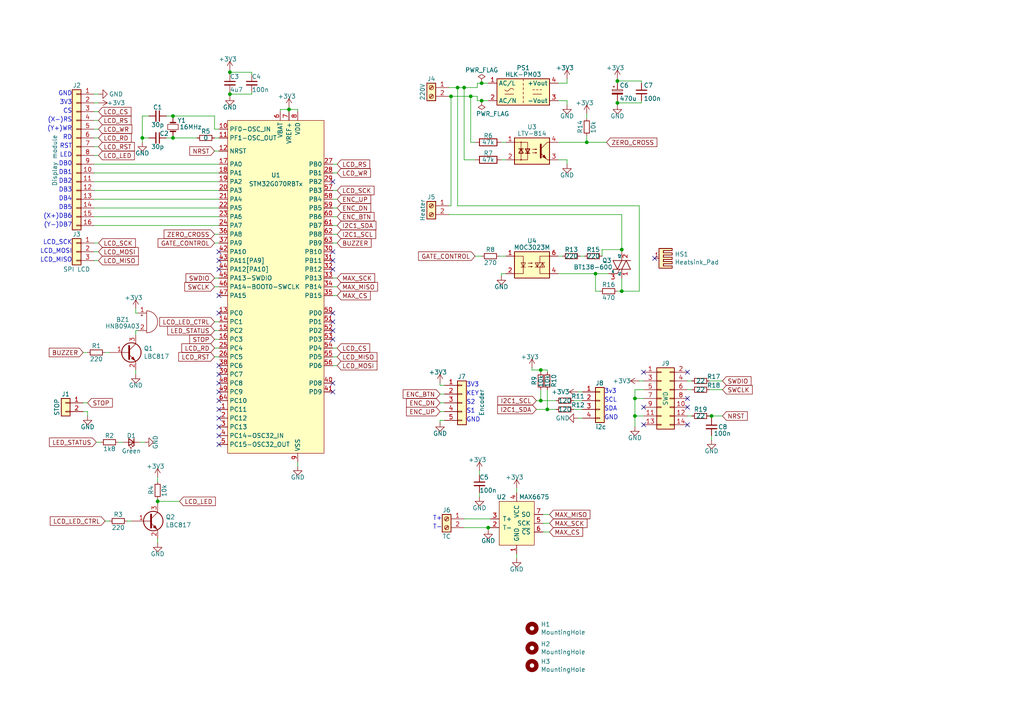
<source format=kicad_sch>
(kicad_sch (version 20211123) (generator eeschema)

  (uuid 70d5c94e-4b51-493e-80c5-98d2c2b0b85e)

  (paper "A4")

  

  (junction (at 139.7 29.21) (diameter 0) (color 0 0 0 0)
    (uuid 10d1282e-eda3-45e9-a948-3e5c9e05abd3)
  )
  (junction (at 41.275 40.005) (diameter 0) (color 0 0 0 0)
    (uuid 18a5a8c7-664c-4a54-ba94-aa4f683fee93)
  )
  (junction (at 179.07 23.495) (diameter 0) (color 0 0 0 0)
    (uuid 2a943c7c-1ab2-40d8-bb61-3e21e93c3d07)
  )
  (junction (at 83.82 31.75) (diameter 0) (color 0 0 0 0)
    (uuid 38d5bdce-0ae3-46cd-a407-6ca3fdd8ba18)
  )
  (junction (at 156.845 116.205) (diameter 0) (color 0 0 0 0)
    (uuid 4422dc8c-eb65-4823-a0ab-d43524200922)
  )
  (junction (at 184.15 115.57) (diameter 0) (color 0 0 0 0)
    (uuid 4a66b485-3cc5-4737-bd32-71657bb2cb00)
  )
  (junction (at 141.605 153.035) (diameter 0) (color 0 0 0 0)
    (uuid 4b0034b3-1b35-4be3-9120-e386c0163984)
  )
  (junction (at 136.525 27.94) (diameter 0) (color 0 0 0 0)
    (uuid 66ba1dbe-d797-4e4a-a4a0-cf74c21e2e86)
  )
  (junction (at 180.34 84.455) (diameter 0) (color 0 0 0 0)
    (uuid 67217886-8bbe-450c-bb8f-4a9c1c7eb7fe)
  )
  (junction (at 170.18 41.275) (diameter 0) (color 0 0 0 0)
    (uuid 7402d442-a518-4f43-b83e-0e510efb64dd)
  )
  (junction (at 50.165 40.005) (diameter 0) (color 0 0 0 0)
    (uuid 75629cf6-1307-4c7e-ad40-dcb91ba16500)
  )
  (junction (at 179.07 29.845) (diameter 0) (color 0 0 0 0)
    (uuid 85ca8925-6218-41d4-93ba-da83f606f910)
  )
  (junction (at 66.675 20.955) (diameter 0) (color 0 0 0 0)
    (uuid 87a032de-a869-49e6-b7e9-ffa0f10e2125)
  )
  (junction (at 206.375 120.65) (diameter 0) (color 0 0 0 0)
    (uuid 92d302e0-db9a-4c4f-9f2c-34a8139517e5)
  )
  (junction (at 172.72 79.375) (diameter 0) (color 0 0 0 0)
    (uuid 9820d6a2-96c1-4222-a96f-190be4642f26)
  )
  (junction (at 134.62 25.4) (diameter 0) (color 0 0 0 0)
    (uuid 98a1eea8-44a8-4a47-a427-e6cc41ebeafa)
  )
  (junction (at 132.715 25.4) (diameter 0) (color 0 0 0 0)
    (uuid 9aeb0cf7-682f-4953-a0c3-3444543cb436)
  )
  (junction (at 184.15 120.65) (diameter 0) (color 0 0 0 0)
    (uuid a4ba1262-ec87-44b6-adc1-a8944c42386a)
  )
  (junction (at 139.7 24.13) (diameter 0) (color 0 0 0 0)
    (uuid c773af5b-01b9-41bd-9805-08e47da79272)
  )
  (junction (at 130.81 27.94) (diameter 0) (color 0 0 0 0)
    (uuid cf99398f-5141-41cb-a9b8-f96be19e0226)
  )
  (junction (at 66.675 27.305) (diameter 0) (color 0 0 0 0)
    (uuid d3db1909-0dcc-44b7-b5eb-6b4eeb1acfa4)
  )
  (junction (at 158.75 118.745) (diameter 0) (color 0 0 0 0)
    (uuid ddda521e-0a6d-45af-b409-9b7f1c3635cd)
  )
  (junction (at 50.165 33.655) (diameter 0) (color 0 0 0 0)
    (uuid e21e7e25-a7e8-4cb4-8e43-6e8f2e737d61)
  )
  (junction (at 45.72 145.415) (diameter 0) (color 0 0 0 0)
    (uuid e2b0dcc3-8ec2-4312-9923-d633e2ecacb5)
  )
  (junction (at 156.845 107.315) (diameter 0) (color 0 0 0 0)
    (uuid f137a852-a335-4d3a-b1b6-bbb056fcc7f3)
  )
  (junction (at 180.34 72.39) (diameter 0) (color 0 0 0 0)
    (uuid f896ae27-bcdf-4350-ad6f-7b06190d5c77)
  )

  (no_connect (at 63.5 108.585) (uuid 02a0e8ca-1285-40f1-830a-fd6772d26e9e))
  (no_connect (at 63.5 123.825) (uuid 120c25cd-b48f-4118-8a11-8d340ac5b9ec))
  (no_connect (at 63.5 118.745) (uuid 13c8acdf-a53f-4840-8513-f27fcda50062))
  (no_connect (at 63.5 78.105) (uuid 231fb950-1955-44dc-88c0-205679e6be90))
  (no_connect (at 186.69 118.11) (uuid 29ccae83-b57f-48a8-abd1-e3ee2ed14c2b))
  (no_connect (at 199.39 123.19) (uuid 398b3637-6d4b-4338-b931-145a208eb5ac))
  (no_connect (at 96.52 78.105) (uuid 3cbaa695-625d-43c5-9799-d8a064245347))
  (no_connect (at 189.865 74.93) (uuid 4809e5fe-b351-4310-80de-eefabbe7f5ab))
  (no_connect (at 63.5 128.905) (uuid 58ddb0a5-68f2-4c92-bd26-a913a9056cbc))
  (no_connect (at 96.52 75.565) (uuid 5c494ac1-1540-4c8e-8831-34bbb571c120))
  (no_connect (at 96.52 113.665) (uuid 622eb112-b737-4b9c-92c8-3ba3a6c8215b))
  (no_connect (at 96.52 95.885) (uuid 62dee897-2e05-4958-b89e-91d5a11634bb))
  (no_connect (at 199.39 118.11) (uuid 6b8ee2cc-cd08-4e8d-9045-6b62ac3ba79f))
  (no_connect (at 63.5 75.565) (uuid 729964a8-5452-4e86-9f32-e1f2d6aae048))
  (no_connect (at 63.5 90.805) (uuid 7c2f64c1-84c7-447a-bf07-5e2cfb5a8ead))
  (no_connect (at 63.5 113.665) (uuid 7f5c9fab-9fd4-44ad-abcf-7d891e2d2080))
  (no_connect (at 96.52 90.805) (uuid 803d3936-1234-48b3-b783-725ed3d1872b))
  (no_connect (at 199.39 107.95) (uuid 8744691b-6641-436e-9f46-a8d48ce27583))
  (no_connect (at 96.52 93.345) (uuid 89f2040c-1b88-4ada-b27f-7fe5ff355b3c))
  (no_connect (at 96.52 73.025) (uuid 8f1b3f34-5a61-459c-ab3d-f15e6c8c454a))
  (no_connect (at 63.5 85.725) (uuid 93010cf3-63f8-4b68-9d6c-045dbc2f694e))
  (no_connect (at 63.5 126.365) (uuid bb6588e9-a9ff-473e-a628-11e627baf898))
  (no_connect (at 63.5 73.025) (uuid bb7c6493-2b1d-481a-8549-a2bf084febff))
  (no_connect (at 96.52 98.425) (uuid c0abdffa-7a3e-4939-9f6c-a2662f359cd8))
  (no_connect (at 186.69 123.19) (uuid c4265f23-a72b-4efe-9397-f668a170c441))
  (no_connect (at 96.52 111.125) (uuid c6df1aad-79b6-4b02-b9c4-8c9e977ce511))
  (no_connect (at 63.5 111.125) (uuid cffaf50c-0cf6-4e1e-9920-d70b70154d57))
  (no_connect (at 186.69 107.95) (uuid d66678ba-b776-40e5-b647-81b29a23c0cf))
  (no_connect (at 63.5 106.045) (uuid ecf2293c-0457-4b5d-91a1-8249fea43123))
  (no_connect (at 63.5 116.205) (uuid f0b9537d-50f2-4a4e-8743-f58c7a0b499e))
  (no_connect (at 199.39 115.57) (uuid f3f3afbf-cdc2-4821-bd58-e917acce0b45))
  (no_connect (at 96.52 52.705) (uuid f73c516f-b57a-4220-9960-8cb4dba9027c))
  (no_connect (at 63.5 121.285) (uuid f9d85f5d-4acc-408e-a241-dbe270a96e6e))

  (wire (pts (xy 180.34 84.455) (xy 180.34 80.645))
    (stroke (width 0) (type default) (color 0 0 0 0))
    (uuid 0021461e-29f3-423e-9587-5901802d71b2)
  )
  (wire (pts (xy 130.175 25.4) (xy 132.715 25.4))
    (stroke (width 0) (type default) (color 0 0 0 0))
    (uuid 007ce7f0-c2c3-4aaa-82bb-fdf3c8562e05)
  )
  (wire (pts (xy 62.23 98.425) (xy 63.5 98.425))
    (stroke (width 0) (type default) (color 0 0 0 0))
    (uuid 012e6a48-1ff4-4d3f-ba21-915f00c9e26d)
  )
  (wire (pts (xy 63.5 80.645) (xy 62.23 80.645))
    (stroke (width 0) (type default) (color 0 0 0 0))
    (uuid 0144d383-eac1-4f04-b205-b70cb20a560d)
  )
  (wire (pts (xy 27.305 50.165) (xy 63.5 50.165))
    (stroke (width 0) (type default) (color 0 0 0 0))
    (uuid 01c58a7e-d6b5-40d0-bda4-8ccd186d7beb)
  )
  (wire (pts (xy 161.925 29.21) (xy 164.465 29.21))
    (stroke (width 0) (type default) (color 0 0 0 0))
    (uuid 022babd2-5db8-4723-9f7d-bcb28a887d46)
  )
  (wire (pts (xy 156.845 113.03) (xy 156.845 116.205))
    (stroke (width 0) (type default) (color 0 0 0 0))
    (uuid 036729f9-fa6e-47ed-a49a-fdd0630ce6b4)
  )
  (wire (pts (xy 43.18 33.655) (xy 41.275 33.655))
    (stroke (width 0) (type default) (color 0 0 0 0))
    (uuid 03d6590e-4c39-45de-88db-ceaf49cd88fc)
  )
  (wire (pts (xy 130.175 59.69) (xy 130.81 59.69))
    (stroke (width 0) (type default) (color 0 0 0 0))
    (uuid 0573d05d-d8de-470a-a9c2-1610483fd700)
  )
  (wire (pts (xy 62.23 37.465) (xy 63.5 37.465))
    (stroke (width 0) (type default) (color 0 0 0 0))
    (uuid 073ed338-2da0-4d4d-b98b-17c345cd2540)
  )
  (wire (pts (xy 179.07 29.845) (xy 179.07 29.21))
    (stroke (width 0) (type default) (color 0 0 0 0))
    (uuid 0aac980a-4e18-4f80-9bc9-0aef6e9345e6)
  )
  (wire (pts (xy 66.675 20.955) (xy 66.675 21.59))
    (stroke (width 0) (type default) (color 0 0 0 0))
    (uuid 0ac91038-65c9-45fa-a371-6b1c8ee2fd8d)
  )
  (wire (pts (xy 138.43 27.94) (xy 138.43 29.21))
    (stroke (width 0) (type default) (color 0 0 0 0))
    (uuid 0b4f6b92-2b02-4121-925d-528fb47994ff)
  )
  (wire (pts (xy 161.925 74.295) (xy 163.195 74.295))
    (stroke (width 0) (type default) (color 0 0 0 0))
    (uuid 0ed25811-49a6-4f41-a7b9-8fd7e354f294)
  )
  (wire (pts (xy 161.925 24.13) (xy 164.465 24.13))
    (stroke (width 0) (type default) (color 0 0 0 0))
    (uuid 0f489694-769e-4611-850a-1535b6beae22)
  )
  (wire (pts (xy 97.79 55.245) (xy 96.52 55.245))
    (stroke (width 0) (type default) (color 0 0 0 0))
    (uuid 12d6ccd4-0ece-4fd3-b388-f80fe4a9f526)
  )
  (wire (pts (xy 157.48 149.225) (xy 159.385 149.225))
    (stroke (width 0) (type default) (color 0 0 0 0))
    (uuid 146cb325-707a-497b-a051-8670d8e32009)
  )
  (wire (pts (xy 185.42 84.455) (xy 185.42 59.69))
    (stroke (width 0) (type default) (color 0 0 0 0))
    (uuid 14e94641-5b7e-45fa-aa63-d7f60ae2f28e)
  )
  (wire (pts (xy 180.34 72.39) (xy 180.34 73.025))
    (stroke (width 0) (type default) (color 0 0 0 0))
    (uuid 15ac11b4-6f83-4265-8708-9a1c8046cc27)
  )
  (wire (pts (xy 132.715 59.69) (xy 132.715 25.4))
    (stroke (width 0) (type default) (color 0 0 0 0))
    (uuid 169bf69e-01f6-48a1-a981-713ab5457cd2)
  )
  (wire (pts (xy 167.64 113.665) (xy 168.91 113.665))
    (stroke (width 0) (type default) (color 0 0 0 0))
    (uuid 17127031-1774-47ae-a71b-dacd37ca4792)
  )
  (wire (pts (xy 180.34 62.23) (xy 180.34 72.39))
    (stroke (width 0) (type default) (color 0 0 0 0))
    (uuid 17346005-ee7a-448a-98ca-695574ed6db0)
  )
  (wire (pts (xy 50.165 40.005) (xy 57.15 40.005))
    (stroke (width 0) (type default) (color 0 0 0 0))
    (uuid 17908aa3-3d4d-4772-9eac-9638d5436758)
  )
  (wire (pts (xy 184.15 115.57) (xy 184.15 120.65))
    (stroke (width 0) (type default) (color 0 0 0 0))
    (uuid 1af33c80-2561-4b1e-b204-f83de0f09f67)
  )
  (wire (pts (xy 27.305 34.925) (xy 28.575 34.925))
    (stroke (width 0) (type default) (color 0 0 0 0))
    (uuid 1cd9e01c-20f6-4a19-a03b-9c286a691e93)
  )
  (wire (pts (xy 139.065 142.875) (xy 139.065 144.145))
    (stroke (width 0) (type default) (color 0 0 0 0))
    (uuid 1d773b12-42af-472a-b205-8d8884bf8bf5)
  )
  (wire (pts (xy 139.065 136.525) (xy 139.065 137.795))
    (stroke (width 0) (type default) (color 0 0 0 0))
    (uuid 1dcb7028-30dc-4be3-9d1c-b06404d833e8)
  )
  (wire (pts (xy 146.685 79.375) (xy 145.415 79.375))
    (stroke (width 0) (type default) (color 0 0 0 0))
    (uuid 1e611147-23a0-46d4-bc28-c8e2431653bc)
  )
  (wire (pts (xy 199.39 110.49) (xy 200.66 110.49))
    (stroke (width 0) (type default) (color 0 0 0 0))
    (uuid 1f7ff77e-d427-4fb7-b5a8-84efa7a2c4ce)
  )
  (wire (pts (xy 27.305 75.565) (xy 28.575 75.565))
    (stroke (width 0) (type default) (color 0 0 0 0))
    (uuid 1fcf8551-87f7-4810-9cef-24f2e85198c9)
  )
  (wire (pts (xy 199.39 120.65) (xy 200.66 120.65))
    (stroke (width 0) (type default) (color 0 0 0 0))
    (uuid 2119aee8-1a12-4149-9899-d7d5887b62e7)
  )
  (wire (pts (xy 27.305 62.865) (xy 63.5 62.865))
    (stroke (width 0) (type default) (color 0 0 0 0))
    (uuid 229ea638-20c6-4b22-9c8e-9a21c25f3c04)
  )
  (wire (pts (xy 27.305 42.545) (xy 28.575 42.545))
    (stroke (width 0) (type default) (color 0 0 0 0))
    (uuid 231e9158-cad2-4d0a-9a44-7e94496c6105)
  )
  (wire (pts (xy 66.675 20.32) (xy 66.675 20.955))
    (stroke (width 0) (type default) (color 0 0 0 0))
    (uuid 2427064f-e22e-426c-86ce-bac1c0f4a05c)
  )
  (wire (pts (xy 96.52 60.325) (xy 97.79 60.325))
    (stroke (width 0) (type default) (color 0 0 0 0))
    (uuid 24661d36-1584-4fac-9321-49d24f621300)
  )
  (wire (pts (xy 179.07 29.845) (xy 186.055 29.845))
    (stroke (width 0) (type default) (color 0 0 0 0))
    (uuid 26be7da3-3add-4daf-b009-21aa81320c47)
  )
  (wire (pts (xy 158.75 107.315) (xy 158.75 107.95))
    (stroke (width 0) (type default) (color 0 0 0 0))
    (uuid 26fcbf19-b355-4c61-89dd-b9fd7a4e670c)
  )
  (wire (pts (xy 39.37 89.535) (xy 39.37 90.805))
    (stroke (width 0) (type default) (color 0 0 0 0))
    (uuid 298d4d5f-e2a3-4d61-a537-807b78ffd3a6)
  )
  (wire (pts (xy 145.415 46.355) (xy 146.685 46.355))
    (stroke (width 0) (type default) (color 0 0 0 0))
    (uuid 2b54976f-acfa-4453-91b9-5be6fb009020)
  )
  (wire (pts (xy 157.48 151.765) (xy 159.385 151.765))
    (stroke (width 0) (type default) (color 0 0 0 0))
    (uuid 2c7cf1f3-1c7a-4fdc-abae-1ff2b4a13bf0)
  )
  (wire (pts (xy 39.37 97.155) (xy 39.37 95.885))
    (stroke (width 0) (type default) (color 0 0 0 0))
    (uuid 2e2ff7e0-e2d0-466c-8128-1fd106af9edb)
  )
  (wire (pts (xy 27.305 40.005) (xy 28.575 40.005))
    (stroke (width 0) (type default) (color 0 0 0 0))
    (uuid 2f2a549e-bb0e-47a8-ab2e-14d62e38d710)
  )
  (wire (pts (xy 50.165 34.29) (xy 50.165 33.655))
    (stroke (width 0) (type default) (color 0 0 0 0))
    (uuid 2f7478d0-9cff-402b-8554-c7a0b329b89a)
  )
  (wire (pts (xy 144.78 74.295) (xy 146.685 74.295))
    (stroke (width 0) (type default) (color 0 0 0 0))
    (uuid 328ea336-6d64-44fe-a15f-5d6c55b12ff5)
  )
  (wire (pts (xy 179.07 23.495) (xy 179.07 22.86))
    (stroke (width 0) (type default) (color 0 0 0 0))
    (uuid 32c83969-feb6-45ec-b6b8-e008c73cd0c6)
  )
  (wire (pts (xy 154.305 107.315) (xy 156.845 107.315))
    (stroke (width 0) (type default) (color 0 0 0 0))
    (uuid 333223d2-09bf-4166-980a-ab7c0210cf03)
  )
  (wire (pts (xy 155.575 118.745) (xy 158.75 118.745))
    (stroke (width 0) (type default) (color 0 0 0 0))
    (uuid 33c52a15-3637-4854-8f57-17a2a083b325)
  )
  (wire (pts (xy 206.375 121.285) (xy 206.375 120.65))
    (stroke (width 0) (type default) (color 0 0 0 0))
    (uuid 340bd1ac-de65-4ae6-901d-42870f8619a6)
  )
  (wire (pts (xy 27.305 47.625) (xy 63.5 47.625))
    (stroke (width 0) (type default) (color 0 0 0 0))
    (uuid 3542be4e-b4ee-45a1-9d63-f53e37486c50)
  )
  (wire (pts (xy 127.635 114.3) (xy 128.905 114.3))
    (stroke (width 0) (type default) (color 0 0 0 0))
    (uuid 368fb4c2-893a-441b-a1cf-ff21970c0faf)
  )
  (wire (pts (xy 48.26 40.005) (xy 50.165 40.005))
    (stroke (width 0) (type default) (color 0 0 0 0))
    (uuid 3752a0c4-1dcb-49d4-a2e5-80549881d80e)
  )
  (wire (pts (xy 132.715 25.4) (xy 134.62 25.4))
    (stroke (width 0) (type default) (color 0 0 0 0))
    (uuid 3c1523fb-19b3-415e-8bee-782669dbda4d)
  )
  (wire (pts (xy 39.37 90.805) (xy 40.005 90.805))
    (stroke (width 0) (type default) (color 0 0 0 0))
    (uuid 3e24501e-5c37-4797-b79d-2a21bbc58639)
  )
  (wire (pts (xy 86.36 32.385) (xy 86.36 31.75))
    (stroke (width 0) (type default) (color 0 0 0 0))
    (uuid 41254fb2-5180-46c8-85b6-c57dbbb63d57)
  )
  (wire (pts (xy 173.99 84.455) (xy 172.72 84.455))
    (stroke (width 0) (type default) (color 0 0 0 0))
    (uuid 413ad3e7-dc04-4a32-acc3-cccdeed34133)
  )
  (wire (pts (xy 27.305 57.785) (xy 63.5 57.785))
    (stroke (width 0) (type default) (color 0 0 0 0))
    (uuid 44a25521-3a36-43dc-86e3-dee410723620)
  )
  (wire (pts (xy 186.69 110.49) (xy 185.42 110.49))
    (stroke (width 0) (type default) (color 0 0 0 0))
    (uuid 44fd9920-f365-4de2-a0ed-67ea47900838)
  )
  (wire (pts (xy 145.415 41.275) (xy 146.685 41.275))
    (stroke (width 0) (type default) (color 0 0 0 0))
    (uuid 4c437070-8a96-4794-8415-41de164051c8)
  )
  (wire (pts (xy 157.48 154.305) (xy 159.385 154.305))
    (stroke (width 0) (type default) (color 0 0 0 0))
    (uuid 4ce33d32-0190-468e-9609-9d0da1c506d1)
  )
  (wire (pts (xy 141.605 153.67) (xy 141.605 153.035))
    (stroke (width 0) (type default) (color 0 0 0 0))
    (uuid 4e5691f8-785f-45e7-b4f7-8fef0e7a06be)
  )
  (wire (pts (xy 31.75 102.235) (xy 30.48 102.235))
    (stroke (width 0) (type default) (color 0 0 0 0))
    (uuid 4f55e4bd-bb3b-4ee3-9afc-f86399ee41f4)
  )
  (wire (pts (xy 27.305 37.465) (xy 28.575 37.465))
    (stroke (width 0) (type default) (color 0 0 0 0))
    (uuid 5010040e-1fa2-478d-ad5c-c5a5ed31e76a)
  )
  (wire (pts (xy 166.37 116.205) (xy 168.91 116.205))
    (stroke (width 0) (type default) (color 0 0 0 0))
    (uuid 508f6fdd-45c5-4e4c-98b6-6d18ecca670f)
  )
  (wire (pts (xy 25.4 119.38) (xy 24.13 119.38))
    (stroke (width 0) (type default) (color 0 0 0 0))
    (uuid 50956549-6d1d-497b-9d30-82d9190ecd95)
  )
  (wire (pts (xy 139.7 29.21) (xy 141.605 29.21))
    (stroke (width 0) (type default) (color 0 0 0 0))
    (uuid 53db0dc0-dfcf-4bc3-86dc-ffaf3adceda5)
  )
  (wire (pts (xy 62.23 43.815) (xy 63.5 43.815))
    (stroke (width 0) (type default) (color 0 0 0 0))
    (uuid 54c86742-77c6-4e83-b5ac-c3d2c7e1ffbf)
  )
  (wire (pts (xy 27.305 52.705) (xy 63.5 52.705))
    (stroke (width 0) (type default) (color 0 0 0 0))
    (uuid 553624ab-59cc-4b73-ba66-e480e762af82)
  )
  (wire (pts (xy 164.465 29.21) (xy 164.465 30.48))
    (stroke (width 0) (type default) (color 0 0 0 0))
    (uuid 5562c925-f045-40b8-92d6-6b7d2804d02e)
  )
  (wire (pts (xy 27.305 32.385) (xy 28.575 32.385))
    (stroke (width 0) (type default) (color 0 0 0 0))
    (uuid 5979264b-6afe-4e22-96c5-3f71a986ef24)
  )
  (wire (pts (xy 180.34 84.455) (xy 185.42 84.455))
    (stroke (width 0) (type default) (color 0 0 0 0))
    (uuid 5a9fc432-e44b-4e3c-9c3d-22a69730a0bd)
  )
  (wire (pts (xy 45.72 144.78) (xy 45.72 145.415))
    (stroke (width 0) (type default) (color 0 0 0 0))
    (uuid 5d7c9844-6843-4bf4-8e02-546ebb64d2b1)
  )
  (wire (pts (xy 73.025 26.67) (xy 73.025 27.305))
    (stroke (width 0) (type default) (color 0 0 0 0))
    (uuid 5dca9511-d8cd-4147-bd9f-31dd1bd1dd6d)
  )
  (wire (pts (xy 172.72 79.375) (xy 176.53 79.375))
    (stroke (width 0) (type default) (color 0 0 0 0))
    (uuid 5ee0bac8-a1bf-47f5-851e-f3aa88aed95e)
  )
  (wire (pts (xy 199.39 113.03) (xy 200.66 113.03))
    (stroke (width 0) (type default) (color 0 0 0 0))
    (uuid 5f0421c7-6eee-4199-9d9a-3d8bc1ed0d8d)
  )
  (wire (pts (xy 25.4 116.84) (xy 24.13 116.84))
    (stroke (width 0) (type default) (color 0 0 0 0))
    (uuid 5f532fb3-61a0-4311-84e3-980da4cac791)
  )
  (wire (pts (xy 96.52 50.165) (xy 97.79 50.165))
    (stroke (width 0) (type default) (color 0 0 0 0))
    (uuid 5ffe049d-d6ca-4d4b-9828-4de9d6b65180)
  )
  (wire (pts (xy 174.625 74.295) (xy 174.625 72.39))
    (stroke (width 0) (type default) (color 0 0 0 0))
    (uuid 609e9a3c-4516-495e-9fd2-c9a2d058a806)
  )
  (wire (pts (xy 156.845 107.315) (xy 158.75 107.315))
    (stroke (width 0) (type default) (color 0 0 0 0))
    (uuid 6320c20c-c1d3-422b-8119-042cc42b52cf)
  )
  (wire (pts (xy 41.275 40.005) (xy 41.275 41.275))
    (stroke (width 0) (type default) (color 0 0 0 0))
    (uuid 63a9b380-5a3c-44f9-8357-42fca1d949d7)
  )
  (wire (pts (xy 130.81 27.94) (xy 136.525 27.94))
    (stroke (width 0) (type default) (color 0 0 0 0))
    (uuid 651f9eb4-002d-4a2c-aa75-227371ea604a)
  )
  (wire (pts (xy 34.29 128.27) (xy 35.56 128.27))
    (stroke (width 0) (type default) (color 0 0 0 0))
    (uuid 661a5444-c2d9-4db8-959d-373e0df196f7)
  )
  (wire (pts (xy 170.18 33.02) (xy 170.18 34.29))
    (stroke (width 0) (type default) (color 0 0 0 0))
    (uuid 69ae94e7-48ef-4f42-8265-cacf71aebd13)
  )
  (wire (pts (xy 184.15 113.03) (xy 184.15 115.57))
    (stroke (width 0) (type default) (color 0 0 0 0))
    (uuid 6b1ccedd-d6e8-4ff3-b0a9-a40316cd89d5)
  )
  (wire (pts (xy 45.72 145.415) (xy 52.07 145.415))
    (stroke (width 0) (type default) (color 0 0 0 0))
    (uuid 6c52db09-1cb8-4628-b97d-cd400f82756a)
  )
  (wire (pts (xy 179.07 23.495) (xy 186.055 23.495))
    (stroke (width 0) (type default) (color 0 0 0 0))
    (uuid 6ca4801d-06e0-479b-9dd7-7f378b83911c)
  )
  (wire (pts (xy 137.795 74.295) (xy 139.7 74.295))
    (stroke (width 0) (type default) (color 0 0 0 0))
    (uuid 6cec7a00-1c0a-4b85-ba0d-b68674bbf602)
  )
  (wire (pts (xy 96.52 80.645) (xy 97.79 80.645))
    (stroke (width 0) (type default) (color 0 0 0 0))
    (uuid 6e247e44-f717-4a85-8038-5e0ee1c1b729)
  )
  (wire (pts (xy 66.675 26.67) (xy 66.675 27.305))
    (stroke (width 0) (type default) (color 0 0 0 0))
    (uuid 6eabda4d-213f-4d12-bb0f-841999959543)
  )
  (wire (pts (xy 137.795 41.275) (xy 136.525 41.275))
    (stroke (width 0) (type default) (color 0 0 0 0))
    (uuid 6ebd19aa-16b0-4a2f-b643-07e07cf69388)
  )
  (wire (pts (xy 25.4 120.65) (xy 25.4 119.38))
    (stroke (width 0) (type default) (color 0 0 0 0))
    (uuid 716a1d72-a69c-4b20-af6a-6f6a6d12d249)
  )
  (wire (pts (xy 73.025 27.305) (xy 66.675 27.305))
    (stroke (width 0) (type default) (color 0 0 0 0))
    (uuid 72b4f67e-72f2-4c23-86d4-e502e953015e)
  )
  (wire (pts (xy 149.86 142.875) (xy 149.86 141.605))
    (stroke (width 0) (type default) (color 0 0 0 0))
    (uuid 7360f44e-c228-43ab-b4c0-fe6c5d0838f3)
  )
  (wire (pts (xy 66.675 27.305) (xy 66.675 27.94))
    (stroke (width 0) (type default) (color 0 0 0 0))
    (uuid 75d5fb48-948d-4648-887f-a9c863b86061)
  )
  (wire (pts (xy 96.52 57.785) (xy 97.79 57.785))
    (stroke (width 0) (type default) (color 0 0 0 0))
    (uuid 78494e12-b441-433d-95e9-32177a243ca4)
  )
  (wire (pts (xy 138.43 25.4) (xy 138.43 24.13))
    (stroke (width 0) (type default) (color 0 0 0 0))
    (uuid 795b2203-8956-48d7-9017-c5a4422098f1)
  )
  (wire (pts (xy 136.525 41.275) (xy 136.525 27.94))
    (stroke (width 0) (type default) (color 0 0 0 0))
    (uuid 7a83ac6a-0e04-4867-b6b9-8c951c04c790)
  )
  (wire (pts (xy 164.465 24.13) (xy 164.465 22.86))
    (stroke (width 0) (type default) (color 0 0 0 0))
    (uuid 7d282ae5-1107-4ab8-b31c-9a5b067057b1)
  )
  (wire (pts (xy 174.625 72.39) (xy 180.34 72.39))
    (stroke (width 0) (type default) (color 0 0 0 0))
    (uuid 7f555394-fab9-4ec3-827c-6b0193f49577)
  )
  (wire (pts (xy 62.23 67.945) (xy 63.5 67.945))
    (stroke (width 0) (type default) (color 0 0 0 0))
    (uuid 80af133c-7ab7-481d-a2c4-c345acbfb701)
  )
  (wire (pts (xy 38.1 151.13) (xy 36.83 151.13))
    (stroke (width 0) (type default) (color 0 0 0 0))
    (uuid 8198cc5e-8f72-441b-a2e1-92ca5661103e)
  )
  (wire (pts (xy 127.635 116.84) (xy 128.905 116.84))
    (stroke (width 0) (type default) (color 0 0 0 0))
    (uuid 819b3b6c-5fd8-48ab-9d51-333149d482af)
  )
  (wire (pts (xy 172.72 84.455) (xy 172.72 79.375))
    (stroke (width 0) (type default) (color 0 0 0 0))
    (uuid 82ff02ef-bf7f-44c2-b2f3-c3661287c2f8)
  )
  (wire (pts (xy 45.72 138.43) (xy 45.72 139.7))
    (stroke (width 0) (type default) (color 0 0 0 0))
    (uuid 8393e6a9-e1fc-4aea-ba01-3e83eb081d0d)
  )
  (wire (pts (xy 156.845 116.205) (xy 161.29 116.205))
    (stroke (width 0) (type default) (color 0 0 0 0))
    (uuid 84204eac-90b1-4e59-98d4-b07e91378943)
  )
  (wire (pts (xy 27.305 55.245) (xy 63.5 55.245))
    (stroke (width 0) (type default) (color 0 0 0 0))
    (uuid 8609d100-e28f-4018-a4b8-74fd2501266e)
  )
  (wire (pts (xy 184.15 120.65) (xy 186.69 120.65))
    (stroke (width 0) (type default) (color 0 0 0 0))
    (uuid 86f656eb-fd16-4ec1-a636-fa4babdc3e85)
  )
  (wire (pts (xy 62.23 100.965) (xy 63.5 100.965))
    (stroke (width 0) (type default) (color 0 0 0 0))
    (uuid 87d28045-2257-47b9-a776-bf8e55ef8fd9)
  )
  (wire (pts (xy 31.75 151.13) (xy 30.48 151.13))
    (stroke (width 0) (type default) (color 0 0 0 0))
    (uuid 87efc790-8644-489c-9b71-13ce7d7005eb)
  )
  (wire (pts (xy 186.055 29.845) (xy 186.055 29.21))
    (stroke (width 0) (type default) (color 0 0 0 0))
    (uuid 888479f6-cea3-4ff3-be20-e81a6b25142c)
  )
  (wire (pts (xy 130.175 62.23) (xy 180.34 62.23))
    (stroke (width 0) (type default) (color 0 0 0 0))
    (uuid 8903591f-4a92-454b-a922-4c68da60fd28)
  )
  (wire (pts (xy 73.025 20.955) (xy 66.675 20.955))
    (stroke (width 0) (type default) (color 0 0 0 0))
    (uuid 8c3d788d-64a1-4554-9485-f491a5d6e471)
  )
  (wire (pts (xy 186.055 23.495) (xy 186.055 24.13))
    (stroke (width 0) (type default) (color 0 0 0 0))
    (uuid 8da772be-ea34-489f-850b-6ab6bf20816c)
  )
  (wire (pts (xy 81.28 32.385) (xy 81.28 31.75))
    (stroke (width 0) (type default) (color 0 0 0 0))
    (uuid 8ff75145-f9e9-4eaf-83c7-20940f3590d8)
  )
  (wire (pts (xy 168.275 74.295) (xy 169.545 74.295))
    (stroke (width 0) (type default) (color 0 0 0 0))
    (uuid 91f496bc-847e-4fd5-9d13-c0e00e3204b8)
  )
  (wire (pts (xy 62.23 33.655) (xy 62.23 37.465))
    (stroke (width 0) (type default) (color 0 0 0 0))
    (uuid 9475b2ff-b90b-4ded-ad75-554f02186aef)
  )
  (wire (pts (xy 170.18 41.275) (xy 170.18 39.37))
    (stroke (width 0) (type default) (color 0 0 0 0))
    (uuid 9568bf06-a903-4bde-93ce-f23adc0565fa)
  )
  (wire (pts (xy 128.905 111.76) (xy 127.635 111.76))
    (stroke (width 0) (type default) (color 0 0 0 0))
    (uuid 964ff05c-a690-4a15-86c1-3faa5ffeaba9)
  )
  (wire (pts (xy 97.79 67.945) (xy 96.52 67.945))
    (stroke (width 0) (type default) (color 0 0 0 0))
    (uuid 9b65bab5-742d-49a2-a39e-0149896b3aac)
  )
  (wire (pts (xy 27.305 70.485) (xy 28.575 70.485))
    (stroke (width 0) (type default) (color 0 0 0 0))
    (uuid 9ba15ac0-88ab-4167-9a0b-4a6472b6e1b1)
  )
  (wire (pts (xy 134.62 46.355) (xy 134.62 25.4))
    (stroke (width 0) (type default) (color 0 0 0 0))
    (uuid 9c7b93f5-493b-4a99-9f1c-c3df16350fa0)
  )
  (wire (pts (xy 96.52 85.725) (xy 97.79 85.725))
    (stroke (width 0) (type default) (color 0 0 0 0))
    (uuid a31eb095-0911-4bde-b6af-7b92490b561d)
  )
  (wire (pts (xy 62.23 40.005) (xy 63.5 40.005))
    (stroke (width 0) (type default) (color 0 0 0 0))
    (uuid a340f295-1ba1-4dd5-b6e0-2321a229d791)
  )
  (wire (pts (xy 184.15 120.65) (xy 184.15 123.825))
    (stroke (width 0) (type default) (color 0 0 0 0))
    (uuid a4816637-9375-4cd4-bda3-2bac8ebfa12e)
  )
  (wire (pts (xy 63.5 83.185) (xy 62.23 83.185))
    (stroke (width 0) (type default) (color 0 0 0 0))
    (uuid a5a27001-3f1e-4e4c-8493-6fe9df76f3a4)
  )
  (wire (pts (xy 27.305 73.025) (xy 28.575 73.025))
    (stroke (width 0) (type default) (color 0 0 0 0))
    (uuid a683097e-e3f2-479f-a32d-3c250f53ff70)
  )
  (wire (pts (xy 96.52 106.045) (xy 97.79 106.045))
    (stroke (width 0) (type default) (color 0 0 0 0))
    (uuid a719748e-c167-4cbd-a303-b623175f4864)
  )
  (wire (pts (xy 184.15 113.03) (xy 186.69 113.03))
    (stroke (width 0) (type default) (color 0 0 0 0))
    (uuid a92b851f-63bd-4242-be3a-98e755389568)
  )
  (wire (pts (xy 73.025 21.59) (xy 73.025 20.955))
    (stroke (width 0) (type default) (color 0 0 0 0))
    (uuid aa11847f-1e0b-46f7-a7a5-aa455cea621e)
  )
  (wire (pts (xy 166.37 118.745) (xy 168.91 118.745))
    (stroke (width 0) (type default) (color 0 0 0 0))
    (uuid aba9233d-2cbc-4bff-98b1-7640a9bbb762)
  )
  (wire (pts (xy 136.525 27.94) (xy 138.43 27.94))
    (stroke (width 0) (type default) (color 0 0 0 0))
    (uuid abbf3a46-d656-41a9-a9e1-f6a5a9f489c8)
  )
  (wire (pts (xy 138.43 29.21) (xy 139.7 29.21))
    (stroke (width 0) (type default) (color 0 0 0 0))
    (uuid accd65a4-c9d5-4e7c-927a-706654b6c6bd)
  )
  (wire (pts (xy 149.86 160.655) (xy 149.86 161.925))
    (stroke (width 0) (type default) (color 0 0 0 0))
    (uuid add0307d-9d42-4f82-98db-24dd77eeb5d4)
  )
  (wire (pts (xy 48.26 33.655) (xy 50.165 33.655))
    (stroke (width 0) (type default) (color 0 0 0 0))
    (uuid aeede0c4-5182-46e8-b697-6d83beeb0b45)
  )
  (wire (pts (xy 161.925 46.355) (xy 164.465 46.355))
    (stroke (width 0) (type default) (color 0 0 0 0))
    (uuid af3cdb9c-5cab-46a2-a035-f0471b099f66)
  )
  (wire (pts (xy 206.375 120.65) (xy 209.55 120.65))
    (stroke (width 0) (type default) (color 0 0 0 0))
    (uuid afbfcc59-64e6-4ce4-96db-1206b9f27996)
  )
  (wire (pts (xy 27.305 27.305) (xy 28.575 27.305))
    (stroke (width 0) (type default) (color 0 0 0 0))
    (uuid b206199b-dab8-426b-bf6d-bdfe35b55a1a)
  )
  (wire (pts (xy 62.23 70.485) (xy 63.5 70.485))
    (stroke (width 0) (type default) (color 0 0 0 0))
    (uuid b2cc47b9-8e56-420a-ae5e-b1d02b6d13f0)
  )
  (wire (pts (xy 96.52 65.405) (xy 97.79 65.405))
    (stroke (width 0) (type default) (color 0 0 0 0))
    (uuid b30dc318-76b3-42ec-98a3-20faf6867e11)
  )
  (wire (pts (xy 205.74 120.65) (xy 206.375 120.65))
    (stroke (width 0) (type default) (color 0 0 0 0))
    (uuid b4af75e8-cf0f-4b8c-8abe-03d2efb91d5e)
  )
  (wire (pts (xy 86.36 133.985) (xy 86.36 135.255))
    (stroke (width 0) (type default) (color 0 0 0 0))
    (uuid b5f0a46d-75e2-4f14-81a7-b7cbd1c5e2f5)
  )
  (wire (pts (xy 96.52 47.625) (xy 97.79 47.625))
    (stroke (width 0) (type default) (color 0 0 0 0))
    (uuid b673cf4a-45e6-4c25-98f6-d536a6343c3d)
  )
  (wire (pts (xy 83.82 31.75) (xy 83.82 31.115))
    (stroke (width 0) (type default) (color 0 0 0 0))
    (uuid b9c15a78-6608-4f4b-8e3b-9c3a8f9aaa1e)
  )
  (wire (pts (xy 127.635 121.92) (xy 127.635 122.555))
    (stroke (width 0) (type default) (color 0 0 0 0))
    (uuid ba83a29b-7755-44e5-85df-9fce1947fecf)
  )
  (wire (pts (xy 83.82 32.385) (xy 83.82 31.75))
    (stroke (width 0) (type default) (color 0 0 0 0))
    (uuid c18172e6-ee6a-4fd4-9f51-e175ef48e8c1)
  )
  (wire (pts (xy 156.845 107.95) (xy 156.845 107.315))
    (stroke (width 0) (type default) (color 0 0 0 0))
    (uuid c24f4491-a860-4801-b210-d8cf05adca4e)
  )
  (wire (pts (xy 27.305 60.325) (xy 63.5 60.325))
    (stroke (width 0) (type default) (color 0 0 0 0))
    (uuid c565f161-a55c-4ef8-be1e-8b0cbeddbba3)
  )
  (wire (pts (xy 62.23 95.885) (xy 63.5 95.885))
    (stroke (width 0) (type default) (color 0 0 0 0))
    (uuid c6082d64-a536-4d79-a529-3c36e036f75f)
  )
  (wire (pts (xy 86.36 31.75) (xy 83.82 31.75))
    (stroke (width 0) (type default) (color 0 0 0 0))
    (uuid c713b488-c7b5-4667-9a4d-47c581ceae90)
  )
  (wire (pts (xy 45.72 157.48) (xy 45.72 156.21))
    (stroke (width 0) (type default) (color 0 0 0 0))
    (uuid c73852df-9746-4d58-bade-2255f1eb3892)
  )
  (wire (pts (xy 155.575 116.205) (xy 156.845 116.205))
    (stroke (width 0) (type default) (color 0 0 0 0))
    (uuid c740660e-044a-4843-a6ee-fe2547c8e13e)
  )
  (wire (pts (xy 154.305 106.68) (xy 154.305 107.315))
    (stroke (width 0) (type default) (color 0 0 0 0))
    (uuid c761682b-c65b-4cf6-9160-b9441dcb38c3)
  )
  (wire (pts (xy 179.07 84.455) (xy 180.34 84.455))
    (stroke (width 0) (type default) (color 0 0 0 0))
    (uuid c8204c91-7baa-4392-b2f5-f200baacbfdd)
  )
  (wire (pts (xy 45.72 145.415) (xy 45.72 146.05))
    (stroke (width 0) (type default) (color 0 0 0 0))
    (uuid c834d58b-f6b5-4eef-92bd-a21d94d36585)
  )
  (wire (pts (xy 81.28 31.75) (xy 83.82 31.75))
    (stroke (width 0) (type default) (color 0 0 0 0))
    (uuid c8a6cdf4-cd5b-4307-8387-a4fd5dd10b7e)
  )
  (wire (pts (xy 137.795 46.355) (xy 134.62 46.355))
    (stroke (width 0) (type default) (color 0 0 0 0))
    (uuid cd08c678-31c9-4a93-8c72-30ca44319d56)
  )
  (wire (pts (xy 62.23 103.505) (xy 63.5 103.505))
    (stroke (width 0) (type default) (color 0 0 0 0))
    (uuid cdcf269d-1ce7-4845-8415-1d5f0eb0b91d)
  )
  (wire (pts (xy 39.37 95.885) (xy 40.005 95.885))
    (stroke (width 0) (type default) (color 0 0 0 0))
    (uuid cdf46226-6df4-4381-a52c-6c123c7ec4ae)
  )
  (wire (pts (xy 50.165 33.655) (xy 62.23 33.655))
    (stroke (width 0) (type default) (color 0 0 0 0))
    (uuid cf2f59f2-3790-45c7-baa1-0ca20f24a6cc)
  )
  (wire (pts (xy 139.7 24.13) (xy 141.605 24.13))
    (stroke (width 0) (type default) (color 0 0 0 0))
    (uuid d1b1dd5c-f763-47de-b408-091f8a7bb72a)
  )
  (wire (pts (xy 134.62 150.495) (xy 142.24 150.495))
    (stroke (width 0) (type default) (color 0 0 0 0))
    (uuid d1ef325f-4607-44ad-9112-4666f7efbb3f)
  )
  (wire (pts (xy 27.305 65.405) (xy 63.5 65.405))
    (stroke (width 0) (type default) (color 0 0 0 0))
    (uuid d1f77a7d-cbc3-4ec8-a3ad-7ec1573afea2)
  )
  (wire (pts (xy 175.895 41.275) (xy 170.18 41.275))
    (stroke (width 0) (type default) (color 0 0 0 0))
    (uuid d2ecc220-83d4-4003-a4fe-0c42614df223)
  )
  (wire (pts (xy 134.62 153.035) (xy 141.605 153.035))
    (stroke (width 0) (type default) (color 0 0 0 0))
    (uuid d364042b-9f68-4a67-bfc1-6a37961f00fd)
  )
  (wire (pts (xy 161.925 41.275) (xy 170.18 41.275))
    (stroke (width 0) (type default) (color 0 0 0 0))
    (uuid d4331011-cfaa-4b65-8002-409265e4e35b)
  )
  (wire (pts (xy 161.925 79.375) (xy 172.72 79.375))
    (stroke (width 0) (type default) (color 0 0 0 0))
    (uuid d4582c80-f898-41ef-9084-995a4a804653)
  )
  (wire (pts (xy 39.37 108.585) (xy 39.37 107.315))
    (stroke (width 0) (type default) (color 0 0 0 0))
    (uuid d47d33e7-94b0-4f4d-b4ea-06b64a2fd39d)
  )
  (wire (pts (xy 205.74 110.49) (xy 209.55 110.49))
    (stroke (width 0) (type default) (color 0 0 0 0))
    (uuid d4feb0a7-9faf-4e64-9a55-0362b093ebb8)
  )
  (wire (pts (xy 138.43 24.13) (xy 139.7 24.13))
    (stroke (width 0) (type default) (color 0 0 0 0))
    (uuid d67ff8a8-798c-4d26-b083-f00f4c0832ae)
  )
  (wire (pts (xy 141.605 153.035) (xy 142.24 153.035))
    (stroke (width 0) (type default) (color 0 0 0 0))
    (uuid d8f64e89-418a-4156-b91b-18d7cc4c9c5a)
  )
  (wire (pts (xy 127.635 111.76) (xy 127.635 111.125))
    (stroke (width 0) (type default) (color 0 0 0 0))
    (uuid daf4b134-345d-4089-b5b3-bf8adfc47823)
  )
  (wire (pts (xy 62.23 93.345) (xy 63.5 93.345))
    (stroke (width 0) (type default) (color 0 0 0 0))
    (uuid dc06bbe1-7828-4702-a09e-27bd79ef887c)
  )
  (wire (pts (xy 97.79 100.965) (xy 96.52 100.965))
    (stroke (width 0) (type default) (color 0 0 0 0))
    (uuid e143539c-79f0-4709-9b6e-daee1bcdca87)
  )
  (wire (pts (xy 184.15 115.57) (xy 186.69 115.57))
    (stroke (width 0) (type default) (color 0 0 0 0))
    (uuid e1ffa673-62e0-40c0-9394-6dff55210ba0)
  )
  (wire (pts (xy 128.905 121.92) (xy 127.635 121.92))
    (stroke (width 0) (type default) (color 0 0 0 0))
    (uuid e3a26990-a38c-4c9f-bcd0-bc057a6f43e5)
  )
  (wire (pts (xy 96.52 83.185) (xy 97.79 83.185))
    (stroke (width 0) (type default) (color 0 0 0 0))
    (uuid e3cfd0e6-ab7d-4569-9f9d-7cfc14c85d0c)
  )
  (wire (pts (xy 134.62 25.4) (xy 138.43 25.4))
    (stroke (width 0) (type default) (color 0 0 0 0))
    (uuid e48bc9ae-b7b5-4d4d-96e6-8c8e0cab6ba0)
  )
  (wire (pts (xy 27.94 128.27) (xy 29.21 128.27))
    (stroke (width 0) (type default) (color 0 0 0 0))
    (uuid e65053b0-f596-4527-bd30-802b0a7836fd)
  )
  (wire (pts (xy 43.18 40.005) (xy 41.275 40.005))
    (stroke (width 0) (type default) (color 0 0 0 0))
    (uuid e6d22669-b1ec-4acb-a868-689ab9d3bf4b)
  )
  (wire (pts (xy 167.64 121.285) (xy 168.91 121.285))
    (stroke (width 0) (type default) (color 0 0 0 0))
    (uuid e6eaa7b2-9359-4b6a-a324-e0d60c2303f0)
  )
  (wire (pts (xy 205.74 113.03) (xy 209.55 113.03))
    (stroke (width 0) (type default) (color 0 0 0 0))
    (uuid e8c5618f-9eb0-4449-8d18-7ab2d01ea42b)
  )
  (wire (pts (xy 179.07 24.13) (xy 179.07 23.495))
    (stroke (width 0) (type default) (color 0 0 0 0))
    (uuid ea9469d5-6936-42c8-a350-a779b8d4839a)
  )
  (wire (pts (xy 41.275 33.655) (xy 41.275 40.005))
    (stroke (width 0) (type default) (color 0 0 0 0))
    (uuid ead695bd-1948-405e-b22c-cc9ecda09c27)
  )
  (wire (pts (xy 25.4 102.235) (xy 24.13 102.235))
    (stroke (width 0) (type default) (color 0 0 0 0))
    (uuid ed0a3d12-34ac-438c-be0f-5928cc8cf729)
  )
  (wire (pts (xy 40.64 128.27) (xy 41.91 128.27))
    (stroke (width 0) (type default) (color 0 0 0 0))
    (uuid ef31da7c-a37b-480d-b072-7172bb1991eb)
  )
  (wire (pts (xy 164.465 46.355) (xy 164.465 47.625))
    (stroke (width 0) (type default) (color 0 0 0 0))
    (uuid f02fc4e3-87a2-41e4-af6e-1cdd616a7598)
  )
  (wire (pts (xy 27.305 45.085) (xy 28.575 45.085))
    (stroke (width 0) (type default) (color 0 0 0 0))
    (uuid f189f496-353b-4da0-b79c-983afcddf726)
  )
  (wire (pts (xy 127.635 119.38) (xy 128.905 119.38))
    (stroke (width 0) (type default) (color 0 0 0 0))
    (uuid f1948abc-b7ee-4e65-b872-91a4912a0640)
  )
  (wire (pts (xy 158.75 113.03) (xy 158.75 118.745))
    (stroke (width 0) (type default) (color 0 0 0 0))
    (uuid f1abcd25-243b-4607-b50e-2c395ee6b9c7)
  )
  (wire (pts (xy 206.375 127.635) (xy 206.375 126.365))
    (stroke (width 0) (type default) (color 0 0 0 0))
    (uuid f1cff27d-4294-4ad2-9287-3e9048c80930)
  )
  (wire (pts (xy 97.79 70.485) (xy 96.52 70.485))
    (stroke (width 0) (type default) (color 0 0 0 0))
    (uuid f5293434-d438-4412-9974-fadba35db119)
  )
  (wire (pts (xy 130.175 27.94) (xy 130.81 27.94))
    (stroke (width 0) (type default) (color 0 0 0 0))
    (uuid f67554a5-238b-4745-99b7-7c4f4262c21a)
  )
  (wire (pts (xy 179.07 30.48) (xy 179.07 29.845))
    (stroke (width 0) (type default) (color 0 0 0 0))
    (uuid f79a038d-7c3a-4958-9467-b20efed84ddd)
  )
  (wire (pts (xy 96.52 62.865) (xy 97.79 62.865))
    (stroke (width 0) (type default) (color 0 0 0 0))
    (uuid f83ab3b9-1ff3-4ffe-8906-7aa2e8bfe607)
  )
  (wire (pts (xy 185.42 59.69) (xy 132.715 59.69))
    (stroke (width 0) (type default) (color 0 0 0 0))
    (uuid f9b05459-ee7d-42de-86b0-915d72d1ec26)
  )
  (wire (pts (xy 145.415 79.375) (xy 145.415 80.01))
    (stroke (width 0) (type default) (color 0 0 0 0))
    (uuid fadaee4f-17b8-423f-a4b9-13a5d376dff1)
  )
  (wire (pts (xy 50.165 39.37) (xy 50.165 40.005))
    (stroke (width 0) (type default) (color 0 0 0 0))
    (uuid fc1564ab-da78-4b03-a077-576737dc9e62)
  )
  (wire (pts (xy 96.52 103.505) (xy 97.79 103.505))
    (stroke (width 0) (type default) (color 0 0 0 0))
    (uuid fdab54c7-ea24-4c31-be2d-18cbc7d91b17)
  )
  (wire (pts (xy 158.75 118.745) (xy 161.29 118.745))
    (stroke (width 0) (type default) (color 0 0 0 0))
    (uuid feb96f24-457b-4902-9c28-76c125ed880a)
  )
  (wire (pts (xy 27.305 29.845) (xy 28.575 29.845))
    (stroke (width 0) (type default) (color 0 0 0 0))
    (uuid ff1c6809-2acd-472a-b80c-fb68db75b2f2)
  )
  (wire (pts (xy 130.81 59.69) (xy 130.81 27.94))
    (stroke (width 0) (type default) (color 0 0 0 0))
    (uuid fff3fac7-3cca-4e9c-83d2-b8ebd978deef)
  )

  (text "DB3" (at 20.955 55.88 180)
    (effects (font (size 1.27 1.27)) (justify right bottom))
    (uuid 1110fbac-63ae-47ab-ac58-db000e197e00)
  )
  (text "DB4" (at 20.955 58.42 180)
    (effects (font (size 1.27 1.27)) (justify right bottom))
    (uuid 14ed4b82-c8a1-49cd-b73d-7ba376dfeb43)
  )
  (text "T+" (at 128.27 151.13 180)
    (effects (font (size 1.27 1.27)) (justify right bottom))
    (uuid 1e99edca-c6f3-43f7-a456-6d2acc6ca46d)
  )
  (text "3V3" (at 20.955 30.48 180)
    (effects (font (size 1.27 1.27)) (justify right bottom))
    (uuid 33c1c7d4-bb0a-45eb-a513-b32218961e3b)
  )
  (text "SCL" (at 175.26 116.84 0)
    (effects (font (size 1.27 1.27)) (justify left bottom))
    (uuid 33e6455d-b1f5-489d-b58c-63a95d693e1b)
  )
  (text "GND" (at 20.955 27.94 180)
    (effects (font (size 1.27 1.27)) (justify right bottom))
    (uuid 3c50cb0a-247a-4516-839d-dc117a528d7a)
  )
  (text "(Y+)WR" (at 20.955 38.1 180)
    (effects (font (size 1.27 1.27)) (justify right bottom))
    (uuid 40388c5d-1c25-4505-9790-617774eb5ea9)
  )
  (text "LED" (at 20.955 45.72 180)
    (effects (font (size 1.27 1.27)) (justify right bottom))
    (uuid 45eb27a2-ad92-43ce-941a-8108f0ec9d04)
  )
  (text "GND" (at 175.26 121.92 0)
    (effects (font (size 1.27 1.27)) (justify left bottom))
    (uuid 4dd12d9b-3257-4642-aba3-30bb9da9c182)
  )
  (text "(X-)RS" (at 20.955 35.56 180)
    (effects (font (size 1.27 1.27)) (justify right bottom))
    (uuid 5e6349d2-1010-42f8-b8ec-063504d618ae)
  )
  (text "CS" (at 20.955 33.02 180)
    (effects (font (size 1.27 1.27)) (justify right bottom))
    (uuid 672870d0-c46e-453b-8f05-25831e87f198)
  )
  (text "LCD_MOSI" (at 20.955 73.66 180)
    (effects (font (size 1.27 1.27)) (justify right bottom))
    (uuid 70139504-b753-43f2-98f9-d808ef9efeff)
  )
  (text "(X+)DB6" (at 20.955 63.5 180)
    (effects (font (size 1.27 1.27)) (justify right bottom))
    (uuid 7274f1f3-402e-4c83-ba08-3d5d471c48d4)
  )
  (text "LCD_MISO" (at 20.955 76.2 180)
    (effects (font (size 1.27 1.27)) (justify right bottom))
    (uuid 746e2fe6-6111-48eb-be6f-557e1f0ffee6)
  )
  (text "DB0" (at 20.955 48.26 180)
    (effects (font (size 1.27 1.27)) (justify right bottom))
    (uuid 7a8eea4c-4ae6-4439-896c-24b5fa4f26ba)
  )
  (text "3V3" (at 135.255 112.395 0)
    (effects (font (size 1.27 1.27)) (justify left bottom))
    (uuid 837701f8-0909-4247-b0f6-92a675ff9b85)
  )
  (text "DB2" (at 20.955 53.34 180)
    (effects (font (size 1.27 1.27)) (justify right bottom))
    (uuid 85a3965f-7bfc-4881-ae51-3efa299b1ea9)
  )
  (text "S1" (at 135.255 120.015 0)
    (effects (font (size 1.27 1.27)) (justify left bottom))
    (uuid a033694f-5ce3-4887-ab09-1903455edc14)
  )
  (text "DB5" (at 20.955 60.96 180)
    (effects (font (size 1.27 1.27)) (justify right bottom))
    (uuid a3d84d43-7879-4d4b-a2d1-7b712adce2f9)
  )
  (text "SDA" (at 175.26 119.38 0)
    (effects (font (size 1.27 1.27)) (justify left bottom))
    (uuid a52e6e28-01d3-4ac0-b698-e272f6f4f153)
  )
  (text "3v3" (at 175.26 114.3 0)
    (effects (font (size 1.27 1.27)) (justify left bottom))
    (uuid aa7ede4b-7c4a-4e9e-a0a0-4708998604af)
  )
  (text "S2" (at 135.255 117.475 0)
    (effects (font (size 1.27 1.27)) (justify left bottom))
    (uuid ab5b44c2-915b-4b76-b54d-2e97652e0a2b)
  )
  (text "T-" (at 128.27 153.67 180)
    (effects (font (size 1.27 1.27)) (justify right bottom))
    (uuid b8a061a1-6b20-4c3d-b564-74b7857b94ef)
  )
  (text "RST" (at 20.955 43.18 180)
    (effects (font (size 1.27 1.27)) (justify right bottom))
    (uuid bdc46802-c7d1-4c7e-9a4b-77ecd9842e7f)
  )
  (text "KEY" (at 135.255 114.935 0)
    (effects (font (size 1.27 1.27)) (justify left bottom))
    (uuid c7fdebb7-d2d0-4b29-9ca8-39f21efcb15e)
  )
  (text "LCD_SCK" (at 20.955 71.12 180)
    (effects (font (size 1.27 1.27)) (justify right bottom))
    (uuid ce053fe7-21c5-4c52-9875-e9e093b5c93d)
  )
  (text "GND" (at 135.255 122.555 0)
    (effects (font (size 1.27 1.27)) (justify left bottom))
    (uuid cf2ef2bf-e7a4-47c4-a287-6e69a5ab0dd5)
  )
  (text "DB1" (at 20.955 50.8 180)
    (effects (font (size 1.27 1.27)) (justify right bottom))
    (uuid f2b3778c-14b1-4255-b000-a2993cf3718e)
  )
  (text "(Y-)DB7" (at 20.955 66.04 180)
    (effects (font (size 1.27 1.27)) (justify right bottom))
    (uuid f8b66f5d-6ec7-4fbc-992b-62ecf8064427)
  )
  (text "RD" (at 20.955 40.64 180)
    (effects (font (size 1.27 1.27)) (justify right bottom))
    (uuid f97c972f-2a00-4bde-892e-89552ef145bf)
  )

  (global_label "LCD_SCK" (shape input) (at 97.79 55.245 0) (fields_autoplaced)
    (effects (font (size 1.27 1.27)) (justify left))
    (uuid 0445fd7e-11a2-4c5e-a3b4-9ce973f387c4)
    (property "Intersheet References" "${INTERSHEET_REFS}" (id 0) (at 0 0 0)
      (effects (font (size 1.27 1.27)) hide)
    )
  )
  (global_label "MAX_SCK" (shape input) (at 97.79 80.645 0) (fields_autoplaced)
    (effects (font (size 1.27 1.27)) (justify left))
    (uuid 1375fd06-cf92-4121-9e66-e66c16e43b6a)
    (property "Intersheet References" "${INTERSHEET_REFS}" (id 0) (at 0 0 0)
      (effects (font (size 1.27 1.27)) hide)
    )
  )
  (global_label "LCD_RD" (shape input) (at 62.23 100.965 180) (fields_autoplaced)
    (effects (font (size 1.27 1.27)) (justify right))
    (uuid 1543f119-9a58-496a-be33-349bc02195cc)
    (property "Intersheet References" "${INTERSHEET_REFS}" (id 0) (at 0 0 0)
      (effects (font (size 1.27 1.27)) hide)
    )
  )
  (global_label "LCD_WR" (shape input) (at 97.79 50.165 0) (fields_autoplaced)
    (effects (font (size 1.27 1.27)) (justify left))
    (uuid 1e020c53-6f45-4fde-a6e9-dbebb81bc7eb)
    (property "Intersheet References" "${INTERSHEET_REFS}" (id 0) (at 0 0 0)
      (effects (font (size 1.27 1.27)) hide)
    )
  )
  (global_label "GATE_CONTROL" (shape input) (at 62.23 70.485 180) (fields_autoplaced)
    (effects (font (size 1.27 1.27)) (justify right))
    (uuid 2d1f31f2-6814-4196-813a-95717948a550)
    (property "Intersheet References" "${INTERSHEET_REFS}" (id 0) (at 0 0 0)
      (effects (font (size 1.27 1.27)) hide)
    )
  )
  (global_label "LCD_RST" (shape input) (at 62.23 103.505 180) (fields_autoplaced)
    (effects (font (size 1.27 1.27)) (justify right))
    (uuid 2d62d9df-5cee-4240-920e-7ab3d8bbd6c2)
    (property "Intersheet References" "${INTERSHEET_REFS}" (id 0) (at 0 0 0)
      (effects (font (size 1.27 1.27)) hide)
    )
  )
  (global_label "STOP" (shape input) (at 62.23 98.425 180) (fields_autoplaced)
    (effects (font (size 1.27 1.27)) (justify right))
    (uuid 2e26359f-ddbb-49c9-b6a2-7ffd43a7947f)
    (property "Intersheet References" "${INTERSHEET_REFS}" (id 0) (at 0 0 0)
      (effects (font (size 1.27 1.27)) hide)
    )
  )
  (global_label "NRST" (shape input) (at 62.23 43.815 180) (fields_autoplaced)
    (effects (font (size 1.27 1.27)) (justify right))
    (uuid 2ecf7d00-aba5-4494-a959-834f017392b6)
    (property "Intersheet References" "${INTERSHEET_REFS}" (id 0) (at 0 0 0)
      (effects (font (size 1.27 1.27)) hide)
    )
  )
  (global_label "STOP" (shape input) (at 25.4 116.84 0) (fields_autoplaced)
    (effects (font (size 1.27 1.27)) (justify left))
    (uuid 2f09289f-91ee-41dc-8198-88b9e432d8bd)
    (property "Intersheet References" "${INTERSHEET_REFS}" (id 0) (at 0 0 0)
      (effects (font (size 1.27 1.27)) hide)
    )
  )
  (global_label "GATE_CONTROL" (shape input) (at 137.795 74.295 180) (fields_autoplaced)
    (effects (font (size 1.27 1.27)) (justify right))
    (uuid 308a86be-37b5-47a5-93f7-c2008a74f8a6)
    (property "Intersheet References" "${INTERSHEET_REFS}" (id 0) (at 0 0 0)
      (effects (font (size 1.27 1.27)) hide)
    )
  )
  (global_label "ZERO_CROSS" (shape input) (at 175.895 41.275 0) (fields_autoplaced)
    (effects (font (size 1.27 1.27)) (justify left))
    (uuid 310e6513-6914-4f41-b1d9-f310945bc39e)
    (property "Intersheet References" "${INTERSHEET_REFS}" (id 0) (at 0 0 0)
      (effects (font (size 1.27 1.27)) hide)
    )
  )
  (global_label "LCD_LED" (shape input) (at 28.575 45.085 0) (fields_autoplaced)
    (effects (font (size 1.27 1.27)) (justify left))
    (uuid 33ec81a1-eafb-41fd-bd26-5bc2e9d41625)
    (property "Intersheet References" "${INTERSHEET_REFS}" (id 0) (at 0 0 0)
      (effects (font (size 1.27 1.27)) hide)
    )
  )
  (global_label "LCD_SCK" (shape input) (at 28.575 70.485 0) (fields_autoplaced)
    (effects (font (size 1.27 1.27)) (justify left))
    (uuid 3a21ae3e-f575-4d72-9bb2-f2da283812c6)
    (property "Intersheet References" "${INTERSHEET_REFS}" (id 0) (at 0 0 0)
      (effects (font (size 1.27 1.27)) hide)
    )
  )
  (global_label "MAX_MISO" (shape input) (at 97.79 83.185 0) (fields_autoplaced)
    (effects (font (size 1.27 1.27)) (justify left))
    (uuid 44037d14-7780-463d-800d-3cc2670249a3)
    (property "Intersheet References" "${INTERSHEET_REFS}" (id 0) (at 0 0 0)
      (effects (font (size 1.27 1.27)) hide)
    )
  )
  (global_label "LCD_CS" (shape input) (at 28.575 32.385 0) (fields_autoplaced)
    (effects (font (size 1.27 1.27)) (justify left))
    (uuid 483ccdee-5bf1-4555-9631-292e92d6f035)
    (property "Intersheet References" "${INTERSHEET_REFS}" (id 0) (at 0 0 0)
      (effects (font (size 1.27 1.27)) hide)
    )
  )
  (global_label "ENC_DN" (shape input) (at 97.79 60.325 0) (fields_autoplaced)
    (effects (font (size 1.27 1.27)) (justify left))
    (uuid 4d5fc340-2f0e-4d98-ad09-5ca6982043b2)
    (property "Intersheet References" "${INTERSHEET_REFS}" (id 0) (at 0 0 0)
      (effects (font (size 1.27 1.27)) hide)
    )
  )
  (global_label "NRST" (shape input) (at 209.55 120.65 0) (fields_autoplaced)
    (effects (font (size 1.27 1.27)) (justify left))
    (uuid 4f53d77d-6cb5-4c37-9a7f-252c31c2bd25)
    (property "Intersheet References" "${INTERSHEET_REFS}" (id 0) (at 0 0 0)
      (effects (font (size 1.27 1.27)) hide)
    )
  )
  (global_label "LCD_MOSI" (shape input) (at 97.79 106.045 0) (fields_autoplaced)
    (effects (font (size 1.27 1.27)) (justify left))
    (uuid 5d8bd79f-abef-4cb9-aca3-1bcb09b855e6)
    (property "Intersheet References" "${INTERSHEET_REFS}" (id 0) (at 0 0 0)
      (effects (font (size 1.27 1.27)) hide)
    )
  )
  (global_label "LED_STATUS" (shape input) (at 27.94 128.27 180) (fields_autoplaced)
    (effects (font (size 1.27 1.27)) (justify right))
    (uuid 6139c344-1e51-4995-8580-f9cf1c2a6eef)
    (property "Intersheet References" "${INTERSHEET_REFS}" (id 0) (at 0 0 0)
      (effects (font (size 1.27 1.27)) hide)
    )
  )
  (global_label "BUZZER" (shape input) (at 97.79 70.485 0) (fields_autoplaced)
    (effects (font (size 1.27 1.27)) (justify left))
    (uuid 68b07ace-f760-4a98-8b2d-b17fcc9bfe1f)
    (property "Intersheet References" "${INTERSHEET_REFS}" (id 0) (at 0 0 0)
      (effects (font (size 1.27 1.27)) hide)
    )
  )
  (global_label "I2C1_SCL" (shape input) (at 97.79 67.945 0) (fields_autoplaced)
    (effects (font (size 1.27 1.27)) (justify left))
    (uuid 70b1c458-544e-452b-8887-1cf21b721c5f)
    (property "Intersheet References" "${INTERSHEET_REFS}" (id 0) (at 0 0 0)
      (effects (font (size 1.27 1.27)) hide)
    )
  )
  (global_label "ZERO_CROSS" (shape input) (at 62.23 67.945 180) (fields_autoplaced)
    (effects (font (size 1.27 1.27)) (justify right))
    (uuid 7152c42b-f925-4847-a3e5-d67fa3f96067)
    (property "Intersheet References" "${INTERSHEET_REFS}" (id 0) (at 0 0 0)
      (effects (font (size 1.27 1.27)) hide)
    )
  )
  (global_label "LED_STATUS" (shape input) (at 62.23 95.885 180) (fields_autoplaced)
    (effects (font (size 1.27 1.27)) (justify right))
    (uuid 71a010d5-b0ad-43ae-90d0-e62b63184e82)
    (property "Intersheet References" "${INTERSHEET_REFS}" (id 0) (at 0 0 0)
      (effects (font (size 1.27 1.27)) hide)
    )
  )
  (global_label "LCD_LED_CTRL" (shape input) (at 30.48 151.13 180) (fields_autoplaced)
    (effects (font (size 1.27 1.27)) (justify right))
    (uuid 7616a9fb-8ea9-4ba5-a568-dd105e4541e4)
    (property "Intersheet References" "${INTERSHEET_REFS}" (id 0) (at 0 0 0)
      (effects (font (size 1.27 1.27)) hide)
    )
  )
  (global_label "LCD_WR" (shape input) (at 28.575 37.465 0) (fields_autoplaced)
    (effects (font (size 1.27 1.27)) (justify left))
    (uuid 7bdbd6c8-dd1b-4519-96d5-c930e5ce5224)
    (property "Intersheet References" "${INTERSHEET_REFS}" (id 0) (at 0 0 0)
      (effects (font (size 1.27 1.27)) hide)
    )
  )
  (global_label "ENC_BTN" (shape input) (at 127.635 114.3 180) (fields_autoplaced)
    (effects (font (size 1.27 1.27)) (justify right))
    (uuid 7d79d26b-509c-444f-880e-3ba63aa0b095)
    (property "Intersheet References" "${INTERSHEET_REFS}" (id 0) (at 0 0 0)
      (effects (font (size 1.27 1.27)) hide)
    )
  )
  (global_label "SWDIO" (shape input) (at 62.23 80.645 180) (fields_autoplaced)
    (effects (font (size 1.27 1.27)) (justify right))
    (uuid 807c4651-ebcb-4d59-bfd1-b79b6c8a0c11)
    (property "Intersheet References" "${INTERSHEET_REFS}" (id 0) (at 0 0 0)
      (effects (font (size 1.27 1.27)) hide)
    )
  )
  (global_label "SWCLK" (shape input) (at 209.55 113.03 0) (fields_autoplaced)
    (effects (font (size 1.27 1.27)) (justify left))
    (uuid 816ac62d-0d7d-433f-b181-b9167d15c192)
    (property "Intersheet References" "${INTERSHEET_REFS}" (id 0) (at 0 0 0)
      (effects (font (size 1.27 1.27)) hide)
    )
  )
  (global_label "ENC_UP" (shape input) (at 127.635 119.38 180) (fields_autoplaced)
    (effects (font (size 1.27 1.27)) (justify right))
    (uuid 8a95f744-9eaf-4bea-afec-6b80764e4727)
    (property "Intersheet References" "${INTERSHEET_REFS}" (id 0) (at 0 0 0)
      (effects (font (size 1.27 1.27)) hide)
    )
  )
  (global_label "LCD_MISO" (shape input) (at 28.575 75.565 0) (fields_autoplaced)
    (effects (font (size 1.27 1.27)) (justify left))
    (uuid 8ef8beea-6e9d-4585-8208-1f3433f517a1)
    (property "Intersheet References" "${INTERSHEET_REFS}" (id 0) (at 0 0 0)
      (effects (font (size 1.27 1.27)) hide)
    )
  )
  (global_label "ENC_UP" (shape input) (at 97.79 57.785 0) (fields_autoplaced)
    (effects (font (size 1.27 1.27)) (justify left))
    (uuid 915e59ca-21b2-453d-a4c8-7f410f18b7e6)
    (property "Intersheet References" "${INTERSHEET_REFS}" (id 0) (at 0 0 0)
      (effects (font (size 1.27 1.27)) hide)
    )
  )
  (global_label "LCD_RS" (shape input) (at 28.575 34.925 0) (fields_autoplaced)
    (effects (font (size 1.27 1.27)) (justify left))
    (uuid 926d60c0-c877-4e3d-977b-3ac285d5bc2d)
    (property "Intersheet References" "${INTERSHEET_REFS}" (id 0) (at 0 0 0)
      (effects (font (size 1.27 1.27)) hide)
    )
  )
  (global_label "SWDIO" (shape input) (at 209.55 110.49 0) (fields_autoplaced)
    (effects (font (size 1.27 1.27)) (justify left))
    (uuid 9466ff59-6d4e-4444-9e2a-226e0d3e09f1)
    (property "Intersheet References" "${INTERSHEET_REFS}" (id 0) (at 0 0 0)
      (effects (font (size 1.27 1.27)) hide)
    )
  )
  (global_label "BUZZER" (shape input) (at 24.13 102.235 180) (fields_autoplaced)
    (effects (font (size 1.27 1.27)) (justify right))
    (uuid 9a0c9c69-9889-4d20-9593-62c984e1d624)
    (property "Intersheet References" "${INTERSHEET_REFS}" (id 0) (at 0 0 0)
      (effects (font (size 1.27 1.27)) hide)
    )
  )
  (global_label "MAX_MISO" (shape input) (at 159.385 149.225 0) (fields_autoplaced)
    (effects (font (size 1.27 1.27)) (justify left))
    (uuid 9ee8a161-f9d5-4c9f-b669-e524cf275b7b)
    (property "Intersheet References" "${INTERSHEET_REFS}" (id 0) (at 0 0 0)
      (effects (font (size 1.27 1.27)) hide)
    )
  )
  (global_label "LCD_MISO" (shape input) (at 97.79 103.505 0) (fields_autoplaced)
    (effects (font (size 1.27 1.27)) (justify left))
    (uuid a27e8c72-d492-434d-a72f-1a54f5a6ce24)
    (property "Intersheet References" "${INTERSHEET_REFS}" (id 0) (at 0 0 0)
      (effects (font (size 1.27 1.27)) hide)
    )
  )
  (global_label "MAX_CS" (shape input) (at 159.385 154.305 0) (fields_autoplaced)
    (effects (font (size 1.27 1.27)) (justify left))
    (uuid a6855c8f-841b-41ba-818b-1519a0768edf)
    (property "Intersheet References" "${INTERSHEET_REFS}" (id 0) (at 0 0 0)
      (effects (font (size 1.27 1.27)) hide)
    )
  )
  (global_label "LCD_RST" (shape input) (at 28.575 42.545 0) (fields_autoplaced)
    (effects (font (size 1.27 1.27)) (justify left))
    (uuid af834c01-99cf-4b0e-a6ff-a3b2b1cccd3a)
    (property "Intersheet References" "${INTERSHEET_REFS}" (id 0) (at 0 0 0)
      (effects (font (size 1.27 1.27)) hide)
    )
  )
  (global_label "SWCLK" (shape input) (at 62.23 83.185 180) (fields_autoplaced)
    (effects (font (size 1.27 1.27)) (justify right))
    (uuid b15ae793-a199-4397-b838-4538d8a7a8b1)
    (property "Intersheet References" "${INTERSHEET_REFS}" (id 0) (at 0 0 0)
      (effects (font (size 1.27 1.27)) hide)
    )
  )
  (global_label "LCD_LED" (shape input) (at 52.07 145.415 0) (fields_autoplaced)
    (effects (font (size 1.27 1.27)) (justify left))
    (uuid b5eb6a3e-b72f-477d-b03f-e6bd3ed834ba)
    (property "Intersheet References" "${INTERSHEET_REFS}" (id 0) (at 0 0 0)
      (effects (font (size 1.27 1.27)) hide)
    )
  )
  (global_label "MAX_CS" (shape input) (at 97.79 85.725 0) (fields_autoplaced)
    (effects (font (size 1.27 1.27)) (justify left))
    (uuid c891a3f2-3f24-4a04-8779-dc344d3bbf21)
    (property "Intersheet References" "${INTERSHEET_REFS}" (id 0) (at 0 0 0)
      (effects (font (size 1.27 1.27)) hide)
    )
  )
  (global_label "LCD_CS" (shape input) (at 97.79 100.965 0) (fields_autoplaced)
    (effects (font (size 1.27 1.27)) (justify left))
    (uuid c8bce37e-35c5-439e-ac35-a34a51156ee5)
    (property "Intersheet References" "${INTERSHEET_REFS}" (id 0) (at 0 0 0)
      (effects (font (size 1.27 1.27)) hide)
    )
  )
  (global_label "I2C1_SDA" (shape input) (at 97.79 65.405 0) (fields_autoplaced)
    (effects (font (size 1.27 1.27)) (justify left))
    (uuid cc083cf4-0859-4898-b390-ea34303ebd1a)
    (property "Intersheet References" "${INTERSHEET_REFS}" (id 0) (at 0 0 0)
      (effects (font (size 1.27 1.27)) hide)
    )
  )
  (global_label "LCD_MOSI" (shape input) (at 28.575 73.025 0) (fields_autoplaced)
    (effects (font (size 1.27 1.27)) (justify left))
    (uuid db739aa5-21d7-411e-b0ee-b4f93e5c54b7)
    (property "Intersheet References" "${INTERSHEET_REFS}" (id 0) (at 0 0 0)
      (effects (font (size 1.27 1.27)) hide)
    )
  )
  (global_label "I2C1_SCL" (shape input) (at 155.575 116.205 180) (fields_autoplaced)
    (effects (font (size 1.27 1.27)) (justify right))
    (uuid dd42c91d-5825-4e64-bb3b-8e75ffb8f40c)
    (property "Intersheet References" "${INTERSHEET_REFS}" (id 0) (at 0 0 0)
      (effects (font (size 1.27 1.27)) hide)
    )
  )
  (global_label "I2C1_SDA" (shape input) (at 155.575 118.745 180) (fields_autoplaced)
    (effects (font (size 1.27 1.27)) (justify right))
    (uuid e1eaf911-cf7f-4b82-b86e-d91af9caeed8)
    (property "Intersheet References" "${INTERSHEET_REFS}" (id 0) (at 0 0 0)
      (effects (font (size 1.27 1.27)) hide)
    )
  )
  (global_label "LCD_RD" (shape input) (at 28.575 40.005 0) (fields_autoplaced)
    (effects (font (size 1.27 1.27)) (justify left))
    (uuid e865beb7-33a1-40e1-bdcd-35b5e5da3097)
    (property "Intersheet References" "${INTERSHEET_REFS}" (id 0) (at 0 0 0)
      (effects (font (size 1.27 1.27)) hide)
    )
  )
  (global_label "ENC_DN" (shape input) (at 127.635 116.84 180) (fields_autoplaced)
    (effects (font (size 1.27 1.27)) (justify right))
    (uuid e8f0b18b-efc2-41e2-af9d-ec0d3773980c)
    (property "Intersheet References" "${INTERSHEET_REFS}" (id 0) (at 0 0 0)
      (effects (font (size 1.27 1.27)) hide)
    )
  )
  (global_label "LCD_RS" (shape input) (at 97.79 47.625 0) (fields_autoplaced)
    (effects (font (size 1.27 1.27)) (justify left))
    (uuid edc8f61e-0ae7-4fdd-9576-29d5608f130d)
    (property "Intersheet References" "${INTERSHEET_REFS}" (id 0) (at 0 0 0)
      (effects (font (size 1.27 1.27)) hide)
    )
  )
  (global_label "ENC_BTN" (shape input) (at 97.79 62.865 0) (fields_autoplaced)
    (effects (font (size 1.27 1.27)) (justify left))
    (uuid f48c85dd-fc40-430f-8cd3-af91f5ae41d2)
    (property "Intersheet References" "${INTERSHEET_REFS}" (id 0) (at 0 0 0)
      (effects (font (size 1.27 1.27)) hide)
    )
  )
  (global_label "LCD_LED_CTRL" (shape input) (at 62.23 93.345 180) (fields_autoplaced)
    (effects (font (size 1.27 1.27)) (justify right))
    (uuid fa6a5b84-f08e-48c1-9897-bb978f69ab2e)
    (property "Intersheet References" "${INTERSHEET_REFS}" (id 0) (at 0 0 0)
      (effects (font (size 1.27 1.27)) hide)
    )
  )
  (global_label "MAX_SCK" (shape input) (at 159.385 151.765 0) (fields_autoplaced)
    (effects (font (size 1.27 1.27)) (justify left))
    (uuid fb82f2d8-a20a-4f18-bd74-ced04d09e451)
    (property "Intersheet References" "${INTERSHEET_REFS}" (id 0) (at 0 0 0)
      (effects (font (size 1.27 1.27)) hide)
    )
  )

  (symbol (lib_id "my_additions:STM32G070RBTx") (at 80.01 83.185 0) (unit 1)
    (in_bom yes) (on_board yes)
    (uuid 00000000-0000-0000-0000-000061b8499f)
    (property "Reference" "U1" (id 0) (at 80.01 50.8 0))
    (property "Value" "" (id 1) (at 80.01 53.34 0))
    (property "Footprint" "" (id 2) (at 78.74 133.35 0)
      (effects (font (size 1.27 1.27)) (justify right) hide)
    )
    (property "Datasheet" "" (id 3) (at 125.73 149.225 0)
      (effects (font (size 1.27 1.27)) hide)
    )
    (pin "1" (uuid 43a3116e-7186-434d-ba65-8074ce5dcf5d))
    (pin "10" (uuid d2a3e3ec-f5ae-4283-a970-23b7f35b8991))
    (pin "11" (uuid f6cfc277-8cc2-4986-a015-c3ded0e884d2))
    (pin "12" (uuid 7b1cd6a2-5ef5-4acd-ae2f-2912efa52ba4))
    (pin "13" (uuid 86854690-4041-4364-b485-53163685f4ed))
    (pin "14" (uuid 80b336cc-a110-4d73-bdcf-2d9c888a235f))
    (pin "15" (uuid 2ed9b010-75ca-4f60-87d6-f480775992c5))
    (pin "16" (uuid 66a5e300-eb9b-4563-9fb8-afd2555fc491))
    (pin "17" (uuid f677740b-1de7-4c89-83a5-fca527d60a3e))
    (pin "18" (uuid c27772b9-bab5-4b3b-a3a5-5fcad1ff6a00))
    (pin "19" (uuid fe6cfbae-b73e-4c1e-a1aa-a42623e7a75c))
    (pin "2" (uuid ee509e31-03d0-41fc-8fb7-f8f07bf59bd6))
    (pin "20" (uuid 3f8334bc-1def-440b-927b-11b3653a4bd2))
    (pin "21" (uuid bfdca517-2351-4c02-a330-5c07a630ae3f))
    (pin "22" (uuid cf80ebc9-1c90-4ba7-83eb-67118e26126b))
    (pin "23" (uuid b82a80dc-6f89-4a18-94b7-81faec25f7d8))
    (pin "24" (uuid 4466782e-1af8-424e-a009-d6a98705561a))
    (pin "25" (uuid 95840340-776c-4d11-8e8f-c89da8a1b922))
    (pin "26" (uuid 5c499304-2036-49b4-a300-d5e5685db2c0))
    (pin "27" (uuid 071f4af2-57f1-4c88-8ac1-1be09a809996))
    (pin "28" (uuid d16e14d5-ecd2-473e-a9d4-6041c4c784fd))
    (pin "29" (uuid e1205177-b1bf-49d7-a996-d1869f082b29))
    (pin "3" (uuid 004dacba-3cb4-433e-bcbe-c92893bc7608))
    (pin "30" (uuid f0ac0a7c-4d49-406c-a767-2797e143b14f))
    (pin "31" (uuid 105f0a7f-7b4b-4f04-b6a3-41786f94ff5a))
    (pin "32" (uuid 8fcfabd0-cad8-45fb-906c-88f043d32b29))
    (pin "33" (uuid 4c967398-487e-4dc1-99f1-eaf30c947865))
    (pin "34" (uuid 6bf99c5c-b89e-46a8-a838-74dd1de2d88e))
    (pin "35" (uuid 5e956185-2d93-4e2a-b1ed-cbe7052f7db7))
    (pin "36" (uuid e7939ea0-233c-46ee-9bdf-422718fe7ec1))
    (pin "37" (uuid e97c8849-799a-49cd-b128-fb791dd007f1))
    (pin "38" (uuid 51b4232e-efa8-46e5-a659-e86ea97be676))
    (pin "39" (uuid 296a8fb1-825c-47a3-9945-1149b074b100))
    (pin "4" (uuid 0a092030-afe2-4f94-a0eb-e4fc48beccc5))
    (pin "40" (uuid 0c2ba32b-7a58-4be0-8ea1-9cbf7f1c1de5))
    (pin "41" (uuid 845c868a-eed6-4f00-89ce-2c482c81df6a))
    (pin "42" (uuid 88692663-37d1-453c-90f1-9fc7b882382a))
    (pin "43" (uuid f372e1ea-c8e6-41a3-9c07-730bab9672d2))
    (pin "44" (uuid e9f7cfdc-687f-415a-8459-09907dd0cabe))
    (pin "45" (uuid 8fa935aa-39b8-4875-a5b1-aa6ea17bb4d1))
    (pin "46" (uuid bcc0cc1b-a5d5-46da-82b1-8c3aa08ade2b))
    (pin "47" (uuid 457f6cd6-384e-4674-aece-2ee4a95766b1))
    (pin "48" (uuid 1d2efb72-781b-4f2f-a9d0-92d9a4c9c51c))
    (pin "49" (uuid 8a5ca947-d7e7-4e4a-b050-0548159298d6))
    (pin "5" (uuid 1c17032d-3f4b-4830-bfba-8e396f5eaf77))
    (pin "50" (uuid cc69ba01-dba9-40a5-8bf1-8a93daf9c36f))
    (pin "51" (uuid 01325318-a3ca-4a51-96d6-a381b68f9a1a))
    (pin "52" (uuid 4c818eb5-7e9e-433d-9384-4fa468a5c406))
    (pin "53" (uuid eb55d632-40ad-4360-a647-6460f970abc8))
    (pin "54" (uuid 558e7a5c-5e9b-45f6-8c51-4862be9a0668))
    (pin "55" (uuid 003211a3-6f2d-40f9-9310-6282aa55de22))
    (pin "56" (uuid fc5a5761-3f6c-45c6-b8b0-d28bc0f5cbef))
    (pin "57" (uuid 0246a4db-be72-4b1b-b794-63ee7126be6b))
    (pin "58" (uuid f6717090-7e7b-47ec-9a02-0494d5e3fe50))
    (pin "59" (uuid 9183e76c-ac46-4856-8755-1d1de1669ea6))
    (pin "6" (uuid 0d35c4e5-0d04-4286-b30b-ca017e43c892))
    (pin "60" (uuid d709fb78-4393-4d91-b949-9d61cedb6bf9))
    (pin "61" (uuid fc7fdc3d-40b5-4bfb-b218-d731c7d1c7b2))
    (pin "62" (uuid e8e44ea5-511f-40b5-b121-4498a85c78a1))
    (pin "63" (uuid 357ada02-994a-42db-bbf6-e7c9a61f2729))
    (pin "64" (uuid 10466506-fd23-4771-bb63-1820d6aeb311))
    (pin "7" (uuid 3ea151db-0a7a-40f5-a5ab-6d615c02a820))
    (pin "8" (uuid 3ef4e5e0-2279-4d83-aeb7-3955850eb6b8))
    (pin "9" (uuid bccd8c7a-aee7-42a7-8040-f60a25e6c9cf))
  )

  (symbol (lib_id "Connector_Generic:Conn_01x05") (at 133.985 116.84 0) (unit 1)
    (in_bom yes) (on_board yes)
    (uuid 00000000-0000-0000-0000-000061b88d47)
    (property "Reference" "J7" (id 0) (at 132.715 109.22 0)
      (effects (font (size 1.27 1.27)) (justify left))
    )
    (property "Value" "" (id 1) (at 139.7 120.65 90)
      (effects (font (size 1.27 1.27)) (justify left))
    )
    (property "Footprint" "" (id 2) (at 133.985 116.84 0)
      (effects (font (size 1.27 1.27)) hide)
    )
    (property "Datasheet" "~" (id 3) (at 133.985 116.84 0)
      (effects (font (size 1.27 1.27)) hide)
    )
    (pin "1" (uuid 5a25f30c-320a-4cda-8adb-272e57711a87))
    (pin "2" (uuid a27b2c4f-8001-42d2-b8d0-43cf74c9553e))
    (pin "3" (uuid 46ebda61-1752-4819-ae46-4e2e2a08f66b))
    (pin "4" (uuid d7a2d0aa-e3a9-4e6c-a1e7-ce1f01746011))
    (pin "5" (uuid 54d75da4-606b-4bf4-8b8b-53919f6d4bd6))
  )

  (symbol (lib_id "Converter_ACDC:HLK-PM03") (at 151.765 26.67 0) (unit 1)
    (in_bom yes) (on_board yes)
    (uuid 00000000-0000-0000-0000-000061b8f3f3)
    (property "Reference" "PS1" (id 0) (at 151.765 19.685 0))
    (property "Value" "" (id 1) (at 151.765 21.59 0))
    (property "Footprint" "" (id 2) (at 151.765 34.29 0)
      (effects (font (size 1.27 1.27)) hide)
    )
    (property "Datasheet" "http://www.hlktech.net/product_detail.php?ProId=59" (id 3) (at 161.925 35.56 0)
      (effects (font (size 1.27 1.27)) hide)
    )
    (pin "1" (uuid 5200d5b9-4e4d-4e7d-a74d-69081050dce7))
    (pin "2" (uuid 885d0454-0d3b-4dc6-965b-c12bc819fd1f))
    (pin "3" (uuid f7f948b3-e2d9-41ef-b287-035820944f8e))
    (pin "4" (uuid 27369dbb-cd7a-42d8-8e3a-1664ed9449dc))
  )

  (symbol (lib_id "Connector_Generic:Conn_01x16") (at 22.225 45.085 0) (mirror y) (unit 1)
    (in_bom yes) (on_board yes)
    (uuid 00000000-0000-0000-0000-000061b9055d)
    (property "Reference" "J2" (id 0) (at 23.495 24.765 0)
      (effects (font (size 1.27 1.27)) (justify left))
    )
    (property "Value" "" (id 1) (at 15.875 53.975 90)
      (effects (font (size 1.27 1.27)) (justify left))
    )
    (property "Footprint" "" (id 2) (at 22.225 45.085 0)
      (effects (font (size 1.27 1.27)) hide)
    )
    (property "Datasheet" "~" (id 3) (at 22.225 45.085 0)
      (effects (font (size 1.27 1.27)) hide)
    )
    (pin "1" (uuid 6ffcba89-1060-40c2-9802-6d270c4f6a2a))
    (pin "10" (uuid 333f285a-a1b2-44c7-81c4-a696a4cab91a))
    (pin "11" (uuid fa55f955-5e3b-4c27-8d0e-7deb64c07798))
    (pin "12" (uuid cd1d942e-a744-4373-92ab-f47b1e309c25))
    (pin "13" (uuid 4065da0d-9527-4c8e-9e0d-1abd2e9088c1))
    (pin "14" (uuid b3d91c57-ff34-4aab-9928-5013237be865))
    (pin "15" (uuid b398b101-544c-4d3a-ae87-82bff5eaffd5))
    (pin "16" (uuid 70c2f3e6-5a99-4088-8eb6-86031d36aa1d))
    (pin "2" (uuid b688e29f-4750-4528-b972-bd5835018a9b))
    (pin "3" (uuid 2606c80d-00ba-4a85-978f-13fd94f921f7))
    (pin "4" (uuid f0e15657-8ac1-4fb5-a55e-bcab6ede25eb))
    (pin "5" (uuid 869ba748-455f-439b-97de-1bfc63083d8f))
    (pin "6" (uuid cf738d3e-28b4-46b1-bc14-8c939ee8facc))
    (pin "7" (uuid 8785ee4f-7704-4bcd-b5a5-49b110054551))
    (pin "8" (uuid f2748c5d-c778-47da-af5d-61d7211de2f0))
    (pin "9" (uuid 1139ddad-02f5-4bfc-9815-9d08e53387ad))
  )

  (symbol (lib_id "Connector:Screw_Terminal_01x02") (at 125.095 25.4 0) (mirror y) (unit 1)
    (in_bom yes) (on_board yes)
    (uuid 00000000-0000-0000-0000-000061b90832)
    (property "Reference" "J4" (id 0) (at 125.095 22.86 0))
    (property "Value" "" (id 1) (at 122.555 26.67 90))
    (property "Footprint" "" (id 2) (at 125.095 25.4 0)
      (effects (font (size 1.27 1.27)) hide)
    )
    (property "Datasheet" "~" (id 3) (at 125.095 25.4 0)
      (effects (font (size 1.27 1.27)) hide)
    )
    (pin "1" (uuid f6b80e48-5d00-4df8-b65b-3f8c7f01ae95))
    (pin "2" (uuid 6ef02a79-6af7-45b9-a36c-2665418e6c51))
  )

  (symbol (lib_id "Isolator:LTV-814") (at 154.305 43.815 0) (unit 1)
    (in_bom yes) (on_board yes)
    (uuid 00000000-0000-0000-0000-000061b96906)
    (property "Reference" "U3" (id 0) (at 154.305 36.83 0))
    (property "Value" "" (id 1) (at 154.305 38.735 0))
    (property "Footprint" "" (id 2) (at 149.225 48.895 0)
      (effects (font (size 1.27 1.27) italic) (justify left) hide)
    )
    (property "Datasheet" "https://optoelectronics.liteon.com/upload/download/DS-70-96-0013/LTV-8X4%20series%20201509.pdf" (id 3) (at 156.21 43.815 0)
      (effects (font (size 1.27 1.27)) (justify left) hide)
    )
    (pin "1" (uuid 0ca2d3ed-325a-429a-a978-3d27f5def2ad))
    (pin "2" (uuid 17a2dd51-f423-4b7f-ae30-e107b710f2ca))
    (pin "3" (uuid 8437b742-45d7-4492-a120-33f05fdea5c0))
    (pin "4" (uuid 2d809920-0605-461b-ae80-bc4041c5b5ed))
  )

  (symbol (lib_id "power:+3V3") (at 164.465 22.86 0) (unit 1)
    (in_bom yes) (on_board yes)
    (uuid 00000000-0000-0000-0000-000061b98d93)
    (property "Reference" "#PWR023" (id 0) (at 164.465 26.67 0)
      (effects (font (size 1.27 1.27)) hide)
    )
    (property "Value" "" (id 1) (at 163.83 19.685 0))
    (property "Footprint" "" (id 2) (at 164.465 22.86 0)
      (effects (font (size 1.27 1.27)) hide)
    )
    (property "Datasheet" "" (id 3) (at 164.465 22.86 0)
      (effects (font (size 1.27 1.27)) hide)
    )
    (pin "1" (uuid 5f856996-5528-4fec-8c79-d45d6b9dd44b))
  )

  (symbol (lib_id "power:GND") (at 164.465 30.48 0) (unit 1)
    (in_bom yes) (on_board yes)
    (uuid 00000000-0000-0000-0000-000061b9a136)
    (property "Reference" "#PWR024" (id 0) (at 164.465 36.83 0)
      (effects (font (size 1.27 1.27)) hide)
    )
    (property "Value" "" (id 1) (at 164.465 33.655 0))
    (property "Footprint" "" (id 2) (at 164.465 30.48 0)
      (effects (font (size 1.27 1.27)) hide)
    )
    (property "Datasheet" "" (id 3) (at 164.465 30.48 0)
      (effects (font (size 1.27 1.27)) hide)
    )
    (pin "1" (uuid 691e5b08-cdf7-42a0-a6f8-baa1d5ef034b))
  )

  (symbol (lib_id "power:GND") (at 164.465 47.625 0) (unit 1)
    (in_bom yes) (on_board yes)
    (uuid 00000000-0000-0000-0000-000061b9d8a9)
    (property "Reference" "#PWR025" (id 0) (at 164.465 53.975 0)
      (effects (font (size 1.27 1.27)) hide)
    )
    (property "Value" "" (id 1) (at 164.465 50.8 0))
    (property "Footprint" "" (id 2) (at 164.465 47.625 0)
      (effects (font (size 1.27 1.27)) hide)
    )
    (property "Datasheet" "" (id 3) (at 164.465 47.625 0)
      (effects (font (size 1.27 1.27)) hide)
    )
    (pin "1" (uuid 889f9932-a786-4a57-8cee-3fe2467c8714))
  )

  (symbol (lib_id "power:+3V3") (at 170.18 33.02 0) (unit 1)
    (in_bom yes) (on_board yes)
    (uuid 00000000-0000-0000-0000-000061b9e571)
    (property "Reference" "#PWR028" (id 0) (at 170.18 36.83 0)
      (effects (font (size 1.27 1.27)) hide)
    )
    (property "Value" "" (id 1) (at 169.545 29.845 0))
    (property "Footprint" "" (id 2) (at 170.18 33.02 0)
      (effects (font (size 1.27 1.27)) hide)
    )
    (property "Datasheet" "" (id 3) (at 170.18 33.02 0)
      (effects (font (size 1.27 1.27)) hide)
    )
    (pin "1" (uuid 4ce9f1fa-c470-4664-b89d-fd105c27810f))
  )

  (symbol (lib_id "Device:R_Small") (at 170.18 36.83 0) (unit 1)
    (in_bom yes) (on_board yes)
    (uuid 00000000-0000-0000-0000-000061b9e9ec)
    (property "Reference" "R14" (id 0) (at 168.275 38.735 90)
      (effects (font (size 1.27 1.27)) (justify left))
    )
    (property "Value" "" (id 1) (at 172.085 38.735 90)
      (effects (font (size 1.27 1.27)) (justify left))
    )
    (property "Footprint" "" (id 2) (at 170.18 36.83 0)
      (effects (font (size 1.27 1.27)) hide)
    )
    (property "Datasheet" "~" (id 3) (at 170.18 36.83 0)
      (effects (font (size 1.27 1.27)) hide)
    )
    (pin "1" (uuid cde0ba7b-24b9-48dd-b372-bf047c1f9101))
    (pin "2" (uuid 054dcf8e-f567-4a32-82ba-6b8a38a8a5bb))
  )

  (symbol (lib_id "Device:R") (at 141.605 41.275 270) (unit 1)
    (in_bom yes) (on_board yes)
    (uuid 00000000-0000-0000-0000-000061ba2758)
    (property "Reference" "R6" (id 0) (at 141.605 39.37 90))
    (property "Value" "" (id 1) (at 141.605 41.275 90))
    (property "Footprint" "" (id 2) (at 141.605 39.497 90)
      (effects (font (size 1.27 1.27)) hide)
    )
    (property "Datasheet" "~" (id 3) (at 141.605 41.275 0)
      (effects (font (size 1.27 1.27)) hide)
    )
    (pin "1" (uuid 87a298a8-56cf-46a2-a00a-93bcf2f9c91c))
    (pin "2" (uuid 422f2a72-b399-4725-9f0e-9f3000ed2000))
  )

  (symbol (lib_id "Device:R") (at 141.605 46.355 270) (unit 1)
    (in_bom yes) (on_board yes)
    (uuid 00000000-0000-0000-0000-000061ba3c57)
    (property "Reference" "R7" (id 0) (at 141.605 44.45 90))
    (property "Value" "" (id 1) (at 141.605 46.355 90))
    (property "Footprint" "" (id 2) (at 141.605 44.577 90)
      (effects (font (size 1.27 1.27)) hide)
    )
    (property "Datasheet" "~" (id 3) (at 141.605 46.355 0)
      (effects (font (size 1.27 1.27)) hide)
    )
    (pin "1" (uuid 3995ec5a-f252-4d6b-9a36-5f8a9875d40c))
    (pin "2" (uuid 4d71f6d6-e0b3-43b9-a4c4-56caedb14f18))
  )

  (symbol (lib_id "power:+3V3") (at 66.675 20.32 0) (unit 1)
    (in_bom yes) (on_board yes)
    (uuid 00000000-0000-0000-0000-000061ba7669)
    (property "Reference" "#PWR010" (id 0) (at 66.675 24.13 0)
      (effects (font (size 1.27 1.27)) hide)
    )
    (property "Value" "" (id 1) (at 66.04 17.145 0))
    (property "Footprint" "" (id 2) (at 66.675 20.32 0)
      (effects (font (size 1.27 1.27)) hide)
    )
    (property "Datasheet" "" (id 3) (at 66.675 20.32 0)
      (effects (font (size 1.27 1.27)) hide)
    )
    (pin "1" (uuid 8d08cd31-b56d-486f-9e27-b61036ba6da0))
  )

  (symbol (lib_id "Device:C_Small") (at 66.675 24.13 0) (unit 1)
    (in_bom yes) (on_board yes)
    (uuid 00000000-0000-0000-0000-000061ba7e36)
    (property "Reference" "C3" (id 0) (at 66.675 22.225 0)
      (effects (font (size 1.27 1.27)) (justify left))
    )
    (property "Value" "" (id 1) (at 66.675 26.035 0)
      (effects (font (size 1.27 1.27)) (justify left))
    )
    (property "Footprint" "" (id 2) (at 66.675 24.13 0)
      (effects (font (size 1.27 1.27)) hide)
    )
    (property "Datasheet" "~" (id 3) (at 66.675 24.13 0)
      (effects (font (size 1.27 1.27)) hide)
    )
    (pin "1" (uuid 8d37dfae-6901-4e65-aecc-f6a10af5dc6e))
    (pin "2" (uuid 15a83256-63f7-4c2e-8d99-3ad88ce7c4a8))
  )

  (symbol (lib_id "power:GND") (at 66.675 27.94 0) (unit 1)
    (in_bom yes) (on_board yes)
    (uuid 00000000-0000-0000-0000-000061ba916d)
    (property "Reference" "#PWR011" (id 0) (at 66.675 34.29 0)
      (effects (font (size 1.27 1.27)) hide)
    )
    (property "Value" "" (id 1) (at 66.675 31.115 0))
    (property "Footprint" "" (id 2) (at 66.675 27.94 0)
      (effects (font (size 1.27 1.27)) hide)
    )
    (property "Datasheet" "" (id 3) (at 66.675 27.94 0)
      (effects (font (size 1.27 1.27)) hide)
    )
    (pin "1" (uuid feeda7d1-1f37-4642-8104-5cd06589fe8c))
  )

  (symbol (lib_id "Device:C_Small") (at 186.055 26.67 0) (unit 1)
    (in_bom yes) (on_board yes)
    (uuid 00000000-0000-0000-0000-000061ba92d0)
    (property "Reference" "C7" (id 0) (at 186.69 24.765 0)
      (effects (font (size 1.27 1.27)) (justify left))
    )
    (property "Value" "" (id 1) (at 186.69 28.575 0)
      (effects (font (size 1.27 1.27)) (justify left))
    )
    (property "Footprint" "" (id 2) (at 186.055 26.67 0)
      (effects (font (size 1.27 1.27)) hide)
    )
    (property "Datasheet" "~" (id 3) (at 186.055 26.67 0)
      (effects (font (size 1.27 1.27)) hide)
    )
    (pin "1" (uuid b48ef634-f9b3-4b57-820d-aa8d9955617f))
    (pin "2" (uuid cc8cdc42-ca41-4821-b1f1-70ef55120ebb))
  )

  (symbol (lib_id "Device:C_Small") (at 73.025 24.13 0) (unit 1)
    (in_bom yes) (on_board yes)
    (uuid 00000000-0000-0000-0000-000061baa457)
    (property "Reference" "C4" (id 0) (at 73.025 22.225 0)
      (effects (font (size 1.27 1.27)) (justify left))
    )
    (property "Value" "" (id 1) (at 73.025 26.035 0)
      (effects (font (size 1.27 1.27)) (justify left))
    )
    (property "Footprint" "" (id 2) (at 73.025 24.13 0)
      (effects (font (size 1.27 1.27)) hide)
    )
    (property "Datasheet" "~" (id 3) (at 73.025 24.13 0)
      (effects (font (size 1.27 1.27)) hide)
    )
    (pin "1" (uuid aadf94f8-75bd-4ded-b54f-e67e85b16371))
    (pin "2" (uuid 17cacbf3-7b08-4f34-a1c8-2744fdafeba6))
  )

  (symbol (lib_id "power:+3V3") (at 83.82 31.115 0) (unit 1)
    (in_bom yes) (on_board yes)
    (uuid 00000000-0000-0000-0000-000061bad46e)
    (property "Reference" "#PWR012" (id 0) (at 83.82 34.925 0)
      (effects (font (size 1.27 1.27)) hide)
    )
    (property "Value" "" (id 1) (at 83.185 27.94 0))
    (property "Footprint" "" (id 2) (at 83.82 31.115 0)
      (effects (font (size 1.27 1.27)) hide)
    )
    (property "Datasheet" "" (id 3) (at 83.82 31.115 0)
      (effects (font (size 1.27 1.27)) hide)
    )
    (pin "1" (uuid 985741ce-3a87-4a1b-8ae0-27d6d0396e76))
  )

  (symbol (lib_id "power:GND") (at 86.36 135.255 0) (unit 1)
    (in_bom yes) (on_board yes)
    (uuid 00000000-0000-0000-0000-000061bb04a8)
    (property "Reference" "#PWR013" (id 0) (at 86.36 141.605 0)
      (effects (font (size 1.27 1.27)) hide)
    )
    (property "Value" "" (id 1) (at 86.36 138.43 0))
    (property "Footprint" "" (id 2) (at 86.36 135.255 0)
      (effects (font (size 1.27 1.27)) hide)
    )
    (property "Datasheet" "" (id 3) (at 86.36 135.255 0)
      (effects (font (size 1.27 1.27)) hide)
    )
    (pin "1" (uuid d6c84fe3-2adc-49fc-8cfa-36ebf631001e))
  )

  (symbol (lib_id "power:+3V3") (at 179.07 22.86 0) (unit 1)
    (in_bom yes) (on_board yes)
    (uuid 00000000-0000-0000-0000-000061bb5b21)
    (property "Reference" "#PWR029" (id 0) (at 179.07 26.67 0)
      (effects (font (size 1.27 1.27)) hide)
    )
    (property "Value" "" (id 1) (at 178.435 19.685 0))
    (property "Footprint" "" (id 2) (at 179.07 22.86 0)
      (effects (font (size 1.27 1.27)) hide)
    )
    (property "Datasheet" "" (id 3) (at 179.07 22.86 0)
      (effects (font (size 1.27 1.27)) hide)
    )
    (pin "1" (uuid 556ba8f5-f8f7-417f-b65d-c93e563f81f8))
  )

  (symbol (lib_id "power:GND") (at 28.575 27.305 90) (unit 1)
    (in_bom yes) (on_board yes)
    (uuid 00000000-0000-0000-0000-000061bbe187)
    (property "Reference" "#PWR02" (id 0) (at 34.925 27.305 0)
      (effects (font (size 1.27 1.27)) hide)
    )
    (property "Value" "" (id 1) (at 33.655 27.305 90))
    (property "Footprint" "" (id 2) (at 28.575 27.305 0)
      (effects (font (size 1.27 1.27)) hide)
    )
    (property "Datasheet" "" (id 3) (at 28.575 27.305 0)
      (effects (font (size 1.27 1.27)) hide)
    )
    (pin "1" (uuid 0d3e52ae-c83b-4757-92d5-dc971e7755c0))
  )

  (symbol (lib_id "power:+3V3") (at 28.575 29.845 270) (unit 1)
    (in_bom yes) (on_board yes)
    (uuid 00000000-0000-0000-0000-000061bc048a)
    (property "Reference" "#PWR03" (id 0) (at 24.765 29.845 0)
      (effects (font (size 1.27 1.27)) hide)
    )
    (property "Value" "" (id 1) (at 33.655 29.845 90))
    (property "Footprint" "" (id 2) (at 28.575 29.845 0)
      (effects (font (size 1.27 1.27)) hide)
    )
    (property "Datasheet" "" (id 3) (at 28.575 29.845 0)
      (effects (font (size 1.27 1.27)) hide)
    )
    (pin "1" (uuid 085d3e1f-26ca-4760-8262-067d85307e23))
  )

  (symbol (lib_id "power:GND") (at 179.07 30.48 0) (unit 1)
    (in_bom yes) (on_board yes)
    (uuid 00000000-0000-0000-0000-000061bc0b82)
    (property "Reference" "#PWR030" (id 0) (at 179.07 36.83 0)
      (effects (font (size 1.27 1.27)) hide)
    )
    (property "Value" "" (id 1) (at 179.07 33.655 0))
    (property "Footprint" "" (id 2) (at 179.07 30.48 0)
      (effects (font (size 1.27 1.27)) hide)
    )
    (property "Datasheet" "" (id 3) (at 179.07 30.48 0)
      (effects (font (size 1.27 1.27)) hide)
    )
    (pin "1" (uuid 38c3639b-80e7-401c-8553-b15628ec24af))
  )

  (symbol (lib_id "power:GND") (at 127.635 122.555 0) (unit 1)
    (in_bom yes) (on_board yes)
    (uuid 00000000-0000-0000-0000-000061bcb5f1)
    (property "Reference" "#PWR015" (id 0) (at 127.635 128.905 0)
      (effects (font (size 1.27 1.27)) hide)
    )
    (property "Value" "" (id 1) (at 127.635 125.73 0))
    (property "Footprint" "" (id 2) (at 127.635 122.555 0)
      (effects (font (size 1.27 1.27)) hide)
    )
    (property "Datasheet" "" (id 3) (at 127.635 122.555 0)
      (effects (font (size 1.27 1.27)) hide)
    )
    (pin "1" (uuid ee8c7041-b895-42d9-8d32-2e4ac6f34250))
  )

  (symbol (lib_id "power:+3V3") (at 127.635 111.125 0) (unit 1)
    (in_bom yes) (on_board yes)
    (uuid 00000000-0000-0000-0000-000061bcd6c0)
    (property "Reference" "#PWR014" (id 0) (at 127.635 114.935 0)
      (effects (font (size 1.27 1.27)) hide)
    )
    (property "Value" "" (id 1) (at 127 107.95 0))
    (property "Footprint" "" (id 2) (at 127.635 111.125 0)
      (effects (font (size 1.27 1.27)) hide)
    )
    (property "Datasheet" "" (id 3) (at 127.635 111.125 0)
      (effects (font (size 1.27 1.27)) hide)
    )
    (pin "1" (uuid 4e83c200-38ec-4e46-a421-2d8278664fee))
  )

  (symbol (lib_id "power:+3V3") (at 185.42 110.49 90) (unit 1)
    (in_bom yes) (on_board yes)
    (uuid 00000000-0000-0000-0000-000061be5ce5)
    (property "Reference" "#PWR031" (id 0) (at 189.23 110.49 0)
      (effects (font (size 1.27 1.27)) hide)
    )
    (property "Value" "" (id 1) (at 180.34 110.49 90))
    (property "Footprint" "" (id 2) (at 185.42 110.49 0)
      (effects (font (size 1.27 1.27)) hide)
    )
    (property "Datasheet" "" (id 3) (at 185.42 110.49 0)
      (effects (font (size 1.27 1.27)) hide)
    )
    (pin "1" (uuid 97951799-93e3-4d2c-9fe2-c7d381dbfa2e))
  )

  (symbol (lib_id "power:GND") (at 184.15 123.825 0) (unit 1)
    (in_bom yes) (on_board yes)
    (uuid 00000000-0000-0000-0000-000061be812e)
    (property "Reference" "#PWR032" (id 0) (at 184.15 130.175 0)
      (effects (font (size 1.27 1.27)) hide)
    )
    (property "Value" "" (id 1) (at 184.15 127 0))
    (property "Footprint" "" (id 2) (at 184.15 123.825 0)
      (effects (font (size 1.27 1.27)) hide)
    )
    (property "Datasheet" "" (id 3) (at 184.15 123.825 0)
      (effects (font (size 1.27 1.27)) hide)
    )
    (pin "1" (uuid f6f83a73-548f-4d10-9243-427d56590603))
  )

  (symbol (lib_id "Device:R_Small") (at 203.2 110.49 270) (unit 1)
    (in_bom yes) (on_board yes)
    (uuid 00000000-0000-0000-0000-000061bf0f47)
    (property "Reference" "R17" (id 0) (at 207.01 109.22 90))
    (property "Value" "" (id 1) (at 203.2 110.49 90))
    (property "Footprint" "" (id 2) (at 203.2 110.49 0)
      (effects (font (size 1.27 1.27)) hide)
    )
    (property "Datasheet" "~" (id 3) (at 203.2 110.49 0)
      (effects (font (size 1.27 1.27)) hide)
    )
    (pin "1" (uuid c7fe10d7-a23c-4b30-9a11-7cf5fcefa57f))
    (pin "2" (uuid 33e02022-bb70-4a58-917f-db1a594201fd))
  )

  (symbol (lib_id "Device:R_Small") (at 203.2 113.03 270) (unit 1)
    (in_bom yes) (on_board yes)
    (uuid 00000000-0000-0000-0000-000061bf1ce7)
    (property "Reference" "R18" (id 0) (at 207.01 111.76 90))
    (property "Value" "" (id 1) (at 203.2 113.03 90))
    (property "Footprint" "" (id 2) (at 203.2 113.03 0)
      (effects (font (size 1.27 1.27)) hide)
    )
    (property "Datasheet" "~" (id 3) (at 203.2 113.03 0)
      (effects (font (size 1.27 1.27)) hide)
    )
    (pin "1" (uuid ae5fb4c9-2fc2-4748-8d79-d1e108ea00f4))
    (pin "2" (uuid 7c7d9c56-1088-4cd6-bcc6-3c4faee74260))
  )

  (symbol (lib_id "Device:R_Small") (at 203.2 120.65 270) (unit 1)
    (in_bom yes) (on_board yes)
    (uuid 00000000-0000-0000-0000-000061bf22cc)
    (property "Reference" "R19" (id 0) (at 203.2 118.745 90))
    (property "Value" "" (id 1) (at 203.2 120.65 90))
    (property "Footprint" "" (id 2) (at 203.2 120.65 0)
      (effects (font (size 1.27 1.27)) hide)
    )
    (property "Datasheet" "~" (id 3) (at 203.2 120.65 0)
      (effects (font (size 1.27 1.27)) hide)
    )
    (pin "1" (uuid 9c23a02b-3591-4a4e-ae33-8897098bb6ff))
    (pin "2" (uuid 6940cca2-848d-4d5d-876f-b91735f04e7b))
  )

  (symbol (lib_id "Device:C_Small") (at 206.375 123.825 0) (unit 1)
    (in_bom yes) (on_board yes)
    (uuid 00000000-0000-0000-0000-000061bf7126)
    (property "Reference" "C8" (id 0) (at 208.28 123.825 0)
      (effects (font (size 1.27 1.27)) (justify left))
    )
    (property "Value" "" (id 1) (at 207.01 125.73 0)
      (effects (font (size 1.27 1.27)) (justify left))
    )
    (property "Footprint" "" (id 2) (at 206.375 123.825 0)
      (effects (font (size 1.27 1.27)) hide)
    )
    (property "Datasheet" "~" (id 3) (at 206.375 123.825 0)
      (effects (font (size 1.27 1.27)) hide)
    )
    (pin "1" (uuid 5e8d7e78-2583-4d1e-b542-e69eee02332e))
    (pin "2" (uuid 17569c48-81ef-499c-894c-c813332f9900))
  )

  (symbol (lib_id "power:GND") (at 206.375 127.635 0) (unit 1)
    (in_bom yes) (on_board yes)
    (uuid 00000000-0000-0000-0000-000061c0295c)
    (property "Reference" "#PWR033" (id 0) (at 206.375 133.985 0)
      (effects (font (size 1.27 1.27)) hide)
    )
    (property "Value" "" (id 1) (at 206.375 130.81 0))
    (property "Footprint" "" (id 2) (at 206.375 127.635 0)
      (effects (font (size 1.27 1.27)) hide)
    )
    (property "Datasheet" "" (id 3) (at 206.375 127.635 0)
      (effects (font (size 1.27 1.27)) hide)
    )
    (pin "1" (uuid b8527ff6-ee48-4688-828b-c9cf23c19705))
  )

  (symbol (lib_id "Device:R_Small") (at 45.72 142.24 0) (unit 1)
    (in_bom yes) (on_board yes)
    (uuid 00000000-0000-0000-0000-000061c07348)
    (property "Reference" "R4" (id 0) (at 43.815 143.51 90)
      (effects (font (size 1.27 1.27)) (justify left))
    )
    (property "Value" "" (id 1) (at 47.625 144.145 90)
      (effects (font (size 1.27 1.27)) (justify left))
    )
    (property "Footprint" "" (id 2) (at 45.72 142.24 0)
      (effects (font (size 1.27 1.27)) hide)
    )
    (property "Datasheet" "~" (id 3) (at 45.72 142.24 0)
      (effects (font (size 1.27 1.27)) hide)
    )
    (pin "1" (uuid 644dda70-9cdb-4044-ae47-5d85302a4e29))
    (pin "2" (uuid 0ba9089f-001c-4983-aff1-cd884cc01b5c))
  )

  (symbol (lib_id "power:+3V3") (at 45.72 138.43 0) (unit 1)
    (in_bom yes) (on_board yes)
    (uuid 00000000-0000-0000-0000-000061c082f5)
    (property "Reference" "#PWR08" (id 0) (at 45.72 142.24 0)
      (effects (font (size 1.27 1.27)) hide)
    )
    (property "Value" "" (id 1) (at 45.085 135.255 0))
    (property "Footprint" "" (id 2) (at 45.72 138.43 0)
      (effects (font (size 1.27 1.27)) hide)
    )
    (property "Datasheet" "" (id 3) (at 45.72 138.43 0)
      (effects (font (size 1.27 1.27)) hide)
    )
    (pin "1" (uuid a0f67088-d1bc-4e37-a0a9-20b63f4a5b8f))
  )

  (symbol (lib_id "Device:Crystal_Small") (at 50.165 36.83 270) (unit 1)
    (in_bom yes) (on_board yes)
    (uuid 00000000-0000-0000-0000-000061c1a44e)
    (property "Reference" "Y1" (id 0) (at 51.435 34.925 90)
      (effects (font (size 1.27 1.27)) (justify left))
    )
    (property "Value" "" (id 1) (at 52.07 36.83 90)
      (effects (font (size 1.27 1.27)) (justify left))
    )
    (property "Footprint" "" (id 2) (at 50.165 36.83 0)
      (effects (font (size 1.27 1.27)) hide)
    )
    (property "Datasheet" "~" (id 3) (at 50.165 36.83 0)
      (effects (font (size 1.27 1.27)) hide)
    )
    (pin "1" (uuid c7b1e98f-7ea3-4ef9-8b2a-f5f22cafc586))
    (pin "2" (uuid 14e381fe-bb50-4a46-8b29-a4eea4b13188))
  )

  (symbol (lib_id "Device:C_Small") (at 45.72 33.655 270) (unit 1)
    (in_bom yes) (on_board yes)
    (uuid 00000000-0000-0000-0000-000061c428fc)
    (property "Reference" "C1" (id 0) (at 45.72 31.115 90))
    (property "Value" "" (id 1) (at 45.72 36.195 90))
    (property "Footprint" "" (id 2) (at 45.72 33.655 0)
      (effects (font (size 1.27 1.27)) hide)
    )
    (property "Datasheet" "~" (id 3) (at 45.72 33.655 0)
      (effects (font (size 1.27 1.27)) hide)
    )
    (pin "1" (uuid 3f9a5ea8-bc5b-454c-a4df-aa6e1a2126fc))
    (pin "2" (uuid 68dfaffb-4df4-4544-aa0a-8f9551a853f1))
  )

  (symbol (lib_id "Device:C_Small") (at 45.72 40.005 270) (unit 1)
    (in_bom yes) (on_board yes)
    (uuid 00000000-0000-0000-0000-000061c43b81)
    (property "Reference" "C2" (id 0) (at 47.625 38.735 90))
    (property "Value" "" (id 1) (at 45.72 42.545 90))
    (property "Footprint" "" (id 2) (at 45.72 40.005 0)
      (effects (font (size 1.27 1.27)) hide)
    )
    (property "Datasheet" "~" (id 3) (at 45.72 40.005 0)
      (effects (font (size 1.27 1.27)) hide)
    )
    (pin "1" (uuid 8bec34dc-b948-46ca-9372-53c9e83fe134))
    (pin "2" (uuid dbe59141-f96e-48d8-b570-c5d6fdbb29b8))
  )

  (symbol (lib_id "Device:R_Small") (at 59.69 40.005 270) (unit 1)
    (in_bom yes) (on_board yes)
    (uuid 00000000-0000-0000-0000-000061c45261)
    (property "Reference" "R5" (id 0) (at 59.69 38.1 90))
    (property "Value" "" (id 1) (at 59.69 40.005 90))
    (property "Footprint" "" (id 2) (at 59.69 40.005 0)
      (effects (font (size 1.27 1.27)) hide)
    )
    (property "Datasheet" "~" (id 3) (at 59.69 40.005 0)
      (effects (font (size 1.27 1.27)) hide)
    )
    (pin "1" (uuid 9bd313f0-25d4-4932-9ec6-6fc2f8a7c8e9))
    (pin "2" (uuid 5957acba-ed8c-4e67-a85c-a6b98953eca4))
  )

  (symbol (lib_id "power:GND") (at 41.275 41.275 0) (unit 1)
    (in_bom yes) (on_board yes)
    (uuid 00000000-0000-0000-0000-000061c4740a)
    (property "Reference" "#PWR06" (id 0) (at 41.275 47.625 0)
      (effects (font (size 1.27 1.27)) hide)
    )
    (property "Value" "" (id 1) (at 41.275 44.45 0))
    (property "Footprint" "" (id 2) (at 41.275 41.275 0)
      (effects (font (size 1.27 1.27)) hide)
    )
    (property "Datasheet" "" (id 3) (at 41.275 41.275 0)
      (effects (font (size 1.27 1.27)) hide)
    )
    (pin "1" (uuid 60e47f87-eec7-4efd-8233-94e84063b29f))
  )

  (symbol (lib_id "Connector_Generic:Conn_01x04") (at 173.99 116.205 0) (unit 1)
    (in_bom yes) (on_board yes)
    (uuid 00000000-0000-0000-0000-000061c66109)
    (property "Reference" "J8" (id 0) (at 172.72 111.125 0)
      (effects (font (size 1.27 1.27)) (justify left))
    )
    (property "Value" "" (id 1) (at 172.72 123.825 0)
      (effects (font (size 1.27 1.27)) (justify left))
    )
    (property "Footprint" "" (id 2) (at 173.99 116.205 0)
      (effects (font (size 1.27 1.27)) hide)
    )
    (property "Datasheet" "~" (id 3) (at 173.99 116.205 0)
      (effects (font (size 1.27 1.27)) hide)
    )
    (pin "1" (uuid f15097df-2318-44fb-8198-484f7e64244e))
    (pin "2" (uuid 502d1967-0577-4da0-bf81-cd40c43a664c))
    (pin "3" (uuid 809b2c5d-c592-437e-a2f8-a40cfaf06a61))
    (pin "4" (uuid 49f3647f-5ffc-4f47-bf91-af766fd8a2d4))
  )

  (symbol (lib_id "power:GND") (at 167.64 121.285 270) (unit 1)
    (in_bom yes) (on_board yes)
    (uuid 00000000-0000-0000-0000-000061c67bc5)
    (property "Reference" "#PWR027" (id 0) (at 161.29 121.285 0)
      (effects (font (size 1.27 1.27)) hide)
    )
    (property "Value" "" (id 1) (at 163.195 121.285 90))
    (property "Footprint" "" (id 2) (at 167.64 121.285 0)
      (effects (font (size 1.27 1.27)) hide)
    )
    (property "Datasheet" "" (id 3) (at 167.64 121.285 0)
      (effects (font (size 1.27 1.27)) hide)
    )
    (pin "1" (uuid 0ad58e2a-0f54-47d8-95c0-294f09fbde95))
  )

  (symbol (lib_id "power:+3V3") (at 167.64 113.665 90) (unit 1)
    (in_bom yes) (on_board yes)
    (uuid 00000000-0000-0000-0000-000061c6c5fc)
    (property "Reference" "#PWR026" (id 0) (at 171.45 113.665 0)
      (effects (font (size 1.27 1.27)) hide)
    )
    (property "Value" "" (id 1) (at 162.56 113.665 90))
    (property "Footprint" "" (id 2) (at 167.64 113.665 0)
      (effects (font (size 1.27 1.27)) hide)
    )
    (property "Datasheet" "" (id 3) (at 167.64 113.665 0)
      (effects (font (size 1.27 1.27)) hide)
    )
    (pin "1" (uuid 43b4af0d-bed5-4228-ada9-d9b671657e9d))
  )

  (symbol (lib_id "my_additions:MAX6675") (at 149.86 151.765 0) (unit 1)
    (in_bom yes) (on_board yes)
    (uuid 00000000-0000-0000-0000-000061c8f235)
    (property "Reference" "U2" (id 0) (at 145.415 144.145 0))
    (property "Value" "" (id 1) (at 154.94 144.145 0))
    (property "Footprint" "" (id 2) (at 128.27 159.385 0)
      (effects (font (size 1.27 1.27)) hide)
    )
    (property "Datasheet" "https://datasheets.maximintegrated.com/en/ds/MAX6675.pdf" (id 3) (at 149.86 151.765 0)
      (effects (font (size 1.27 1.27)) hide)
    )
    (pin "1" (uuid 8b83764f-c734-4b16-993b-bb6b8e786156))
    (pin "2" (uuid 6be41d81-e38d-4fdb-b964-8d11e1147a70))
    (pin "3" (uuid f681d176-d3da-408c-b6d4-d161db793270))
    (pin "4" (uuid e2c49411-bc10-46a6-8355-f9e08451d446))
    (pin "5" (uuid 16bc0ed9-1c69-4ba2-be61-f4afd1609454))
    (pin "6" (uuid 76e579f8-d5dd-48e2-9820-206e89affeae))
    (pin "7" (uuid 85943148-24e0-4d87-90f2-69d3c2a62f19))
  )

  (symbol (lib_id "power:PWR_FLAG") (at 139.7 24.13 0) (unit 1)
    (in_bom yes) (on_board yes)
    (uuid 00000000-0000-0000-0000-000061cb4be3)
    (property "Reference" "#FLG0101" (id 0) (at 139.7 22.225 0)
      (effects (font (size 1.27 1.27)) hide)
    )
    (property "Value" "" (id 1) (at 139.7 20.32 0))
    (property "Footprint" "" (id 2) (at 139.7 24.13 0)
      (effects (font (size 1.27 1.27)) hide)
    )
    (property "Datasheet" "~" (id 3) (at 139.7 24.13 0)
      (effects (font (size 1.27 1.27)) hide)
    )
    (pin "1" (uuid 4fba715d-7a2f-4f02-a00d-eaaf42919ccd))
  )

  (symbol (lib_id "power:PWR_FLAG") (at 139.7 29.21 180) (unit 1)
    (in_bom yes) (on_board yes)
    (uuid 00000000-0000-0000-0000-000061cb5dbf)
    (property "Reference" "#FLG0102" (id 0) (at 139.7 31.115 0)
      (effects (font (size 1.27 1.27)) hide)
    )
    (property "Value" "" (id 1) (at 142.875 33.02 0))
    (property "Footprint" "" (id 2) (at 139.7 29.21 0)
      (effects (font (size 1.27 1.27)) hide)
    )
    (property "Datasheet" "~" (id 3) (at 139.7 29.21 0)
      (effects (font (size 1.27 1.27)) hide)
    )
    (pin "1" (uuid 5bc6caf7-407d-4485-b049-2d900900ef7f))
  )

  (symbol (lib_id "power:+3V3") (at 149.86 141.605 0) (unit 1)
    (in_bom yes) (on_board yes)
    (uuid 00000000-0000-0000-0000-000061cbddba)
    (property "Reference" "#PWR020" (id 0) (at 149.86 145.415 0)
      (effects (font (size 1.27 1.27)) hide)
    )
    (property "Value" "" (id 1) (at 149.225 138.43 0))
    (property "Footprint" "" (id 2) (at 149.86 141.605 0)
      (effects (font (size 1.27 1.27)) hide)
    )
    (property "Datasheet" "" (id 3) (at 149.86 141.605 0)
      (effects (font (size 1.27 1.27)) hide)
    )
    (pin "1" (uuid 5d4846b8-b5e7-4a1a-9f0d-562caa733170))
  )

  (symbol (lib_id "power:GND") (at 149.86 161.925 0) (unit 1)
    (in_bom yes) (on_board yes)
    (uuid 00000000-0000-0000-0000-000061cc22c1)
    (property "Reference" "#PWR021" (id 0) (at 149.86 168.275 0)
      (effects (font (size 1.27 1.27)) hide)
    )
    (property "Value" "" (id 1) (at 149.86 165.1 0))
    (property "Footprint" "" (id 2) (at 149.86 161.925 0)
      (effects (font (size 1.27 1.27)) hide)
    )
    (property "Datasheet" "" (id 3) (at 149.86 161.925 0)
      (effects (font (size 1.27 1.27)) hide)
    )
    (pin "1" (uuid 381f7bef-b9d0-4a11-bcc5-ab5cb024361f))
  )

  (symbol (lib_id "power:+3V3") (at 139.065 136.525 0) (unit 1)
    (in_bom yes) (on_board yes)
    (uuid 00000000-0000-0000-0000-000061ccf734)
    (property "Reference" "#PWR016" (id 0) (at 139.065 140.335 0)
      (effects (font (size 1.27 1.27)) hide)
    )
    (property "Value" "" (id 1) (at 138.43 133.35 0))
    (property "Footprint" "" (id 2) (at 139.065 136.525 0)
      (effects (font (size 1.27 1.27)) hide)
    )
    (property "Datasheet" "" (id 3) (at 139.065 136.525 0)
      (effects (font (size 1.27 1.27)) hide)
    )
    (pin "1" (uuid c953d2d9-be87-4b34-bf15-14bd35fea676))
  )

  (symbol (lib_id "Device:C_Small") (at 139.065 140.335 0) (unit 1)
    (in_bom yes) (on_board yes)
    (uuid 00000000-0000-0000-0000-000061ccf73a)
    (property "Reference" "C5" (id 0) (at 139.065 138.43 0)
      (effects (font (size 1.27 1.27)) (justify left))
    )
    (property "Value" "" (id 1) (at 139.065 142.24 0)
      (effects (font (size 1.27 1.27)) (justify left))
    )
    (property "Footprint" "" (id 2) (at 139.065 140.335 0)
      (effects (font (size 1.27 1.27)) hide)
    )
    (property "Datasheet" "~" (id 3) (at 139.065 140.335 0)
      (effects (font (size 1.27 1.27)) hide)
    )
    (pin "1" (uuid 7a52c5ff-f6b4-4770-91ae-09d38693a29a))
    (pin "2" (uuid 3a06d630-f09b-4746-82a8-a9f8140f203b))
  )

  (symbol (lib_id "power:GND") (at 139.065 144.145 0) (unit 1)
    (in_bom yes) (on_board yes)
    (uuid 00000000-0000-0000-0000-000061ccf740)
    (property "Reference" "#PWR017" (id 0) (at 139.065 150.495 0)
      (effects (font (size 1.27 1.27)) hide)
    )
    (property "Value" "" (id 1) (at 139.065 147.32 0))
    (property "Footprint" "" (id 2) (at 139.065 144.145 0)
      (effects (font (size 1.27 1.27)) hide)
    )
    (property "Datasheet" "" (id 3) (at 139.065 144.145 0)
      (effects (font (size 1.27 1.27)) hide)
    )
    (pin "1" (uuid 692557e3-2f2d-45f7-89a4-2c570b3f4a5d))
  )

  (symbol (lib_id "Connector_Generic:Conn_02x07_Odd_Even") (at 191.77 115.57 0) (unit 1)
    (in_bom yes) (on_board yes)
    (uuid 00000000-0000-0000-0000-000061cd9e66)
    (property "Reference" "J9" (id 0) (at 193.04 105.41 0))
    (property "Value" "" (id 1) (at 193.04 115.57 90))
    (property "Footprint" "" (id 2) (at 191.77 115.57 0)
      (effects (font (size 1.27 1.27)) hide)
    )
    (property "Datasheet" "~" (id 3) (at 191.77 115.57 0)
      (effects (font (size 1.27 1.27)) hide)
    )
    (pin "1" (uuid 8e820caf-9e67-45c3-a016-102082379895))
    (pin "10" (uuid ef162ccc-3eea-4a7d-98d9-6fb7d0bd54db))
    (pin "11" (uuid edbc76c1-cc4f-4454-a594-d3b2eeab72a8))
    (pin "12" (uuid 10980833-06bd-404b-b4c4-ceff596030ed))
    (pin "13" (uuid b5dedc27-56a0-4941-beaa-8192ef612411))
    (pin "14" (uuid 7e566e20-6331-4c39-89ee-efc61a1198c1))
    (pin "2" (uuid 71cec518-8111-4200-ad65-f6fa17244b4f))
    (pin "3" (uuid 702f4d77-e715-4269-8a41-97fbc68e9dba))
    (pin "4" (uuid c2062708-094a-4b34-a314-67a5d9f7f3e8))
    (pin "5" (uuid 71319426-371d-4ca1-b8a3-e4f66ef8f096))
    (pin "6" (uuid 0453ed85-47fa-4c1d-a0ad-552b306f082d))
    (pin "7" (uuid 1e006cff-2872-4be7-b716-c9283ad3f44a))
    (pin "8" (uuid 3ce1e48d-f49b-4d5d-a8bf-cf4ba43c647f))
    (pin "9" (uuid f4bcca31-edfb-4397-98c0-5765bdceb1c6))
  )

  (symbol (lib_id "power:GND") (at 141.605 153.67 0) (unit 1)
    (in_bom yes) (on_board yes)
    (uuid 00000000-0000-0000-0000-000061ce63b0)
    (property "Reference" "#PWR018" (id 0) (at 141.605 160.02 0)
      (effects (font (size 1.27 1.27)) hide)
    )
    (property "Value" "" (id 1) (at 141.605 156.845 0))
    (property "Footprint" "" (id 2) (at 141.605 153.67 0)
      (effects (font (size 1.27 1.27)) hide)
    )
    (property "Datasheet" "" (id 3) (at 141.605 153.67 0)
      (effects (font (size 1.27 1.27)) hide)
    )
    (pin "1" (uuid 9c5de806-00b2-4ce8-9279-0ee823abe3b8))
  )

  (symbol (lib_id "Connector:Screw_Terminal_01x02") (at 129.54 150.495 0) (mirror y) (unit 1)
    (in_bom yes) (on_board yes)
    (uuid 00000000-0000-0000-0000-000061cffabd)
    (property "Reference" "J6" (id 0) (at 129.54 147.955 0))
    (property "Value" "" (id 1) (at 129.54 155.575 0))
    (property "Footprint" "" (id 2) (at 129.54 150.495 0)
      (effects (font (size 1.27 1.27)) hide)
    )
    (property "Datasheet" "~" (id 3) (at 129.54 150.495 0)
      (effects (font (size 1.27 1.27)) hide)
    )
    (pin "1" (uuid dc4597f0-02df-4527-9db8-e80213640e4b))
    (pin "2" (uuid 35a89b4f-9715-489e-968a-9d57394ee9c5))
  )

  (symbol (lib_id "Device:Q_NPN_BEC") (at 36.83 102.235 0) (unit 1)
    (in_bom yes) (on_board yes)
    (uuid 00000000-0000-0000-0000-000061d399a8)
    (property "Reference" "Q1" (id 0) (at 41.6814 101.0666 0)
      (effects (font (size 1.27 1.27)) (justify left))
    )
    (property "Value" "" (id 1) (at 41.6814 103.378 0)
      (effects (font (size 1.27 1.27)) (justify left))
    )
    (property "Footprint" "" (id 2) (at 41.91 99.695 0)
      (effects (font (size 1.27 1.27)) hide)
    )
    (property "Datasheet" "~" (id 3) (at 36.83 102.235 0)
      (effects (font (size 1.27 1.27)) hide)
    )
    (pin "1" (uuid 2973eecf-7501-4df7-ae4f-c8e4e4f10822))
    (pin "2" (uuid 85218a4f-ebb2-431d-8a1a-e72535fccdf8))
    (pin "3" (uuid af299dbc-cd0d-4be9-be7d-9f2a131ef615))
  )

  (symbol (lib_id "Device:R_Small") (at 27.94 102.235 270) (unit 1)
    (in_bom yes) (on_board yes)
    (uuid 00000000-0000-0000-0000-000061d3c09b)
    (property "Reference" "R1" (id 0) (at 27.94 100.33 90))
    (property "Value" "" (id 1) (at 27.94 104.14 90))
    (property "Footprint" "" (id 2) (at 27.94 102.235 0)
      (effects (font (size 1.27 1.27)) hide)
    )
    (property "Datasheet" "~" (id 3) (at 27.94 102.235 0)
      (effects (font (size 1.27 1.27)) hide)
    )
    (pin "1" (uuid 6fb2b183-02e8-4049-b627-0edd8fd898b0))
    (pin "2" (uuid cf0aa610-6a22-4324-813c-a86928e303bf))
  )

  (symbol (lib_id "Device:Buzzer") (at 42.545 93.345 0) (unit 1)
    (in_bom yes) (on_board yes)
    (uuid 00000000-0000-0000-0000-000061d3d7cb)
    (property "Reference" "BZ1" (id 0) (at 33.655 92.71 0)
      (effects (font (size 1.27 1.27)) (justify left))
    )
    (property "Value" "" (id 1) (at 30.48 94.615 0)
      (effects (font (size 1.27 1.27)) (justify left))
    )
    (property "Footprint" "" (id 2) (at 41.91 90.805 90)
      (effects (font (size 1.27 1.27)) hide)
    )
    (property "Datasheet" "~" (id 3) (at 41.91 90.805 90)
      (effects (font (size 1.27 1.27)) hide)
    )
    (pin "1" (uuid 846546ad-d37e-4a04-bbd0-a1368ce4d687))
    (pin "2" (uuid 49d7200d-873b-4fba-8443-af1d352a0335))
  )

  (symbol (lib_id "power:+3V3") (at 39.37 89.535 0) (unit 1)
    (in_bom yes) (on_board yes)
    (uuid 00000000-0000-0000-0000-000061d3ef95)
    (property "Reference" "#PWR04" (id 0) (at 39.37 93.345 0)
      (effects (font (size 1.27 1.27)) hide)
    )
    (property "Value" "" (id 1) (at 38.735 86.36 0))
    (property "Footprint" "" (id 2) (at 39.37 89.535 0)
      (effects (font (size 1.27 1.27)) hide)
    )
    (property "Datasheet" "" (id 3) (at 39.37 89.535 0)
      (effects (font (size 1.27 1.27)) hide)
    )
    (pin "1" (uuid 113e7637-7aad-4e5a-9149-dfbc0eef0b3d))
  )

  (symbol (lib_id "power:GND") (at 39.37 108.585 0) (unit 1)
    (in_bom yes) (on_board yes)
    (uuid 00000000-0000-0000-0000-000061d4431c)
    (property "Reference" "#PWR05" (id 0) (at 39.37 114.935 0)
      (effects (font (size 1.27 1.27)) hide)
    )
    (property "Value" "" (id 1) (at 39.37 111.76 0))
    (property "Footprint" "" (id 2) (at 39.37 108.585 0)
      (effects (font (size 1.27 1.27)) hide)
    )
    (property "Datasheet" "" (id 3) (at 39.37 108.585 0)
      (effects (font (size 1.27 1.27)) hide)
    )
    (pin "1" (uuid 1b23d91d-e0fc-4202-844c-76e6b4419731))
  )

  (symbol (lib_id "Device:R_Small") (at 163.83 116.205 270) (unit 1)
    (in_bom yes) (on_board yes)
    (uuid 00000000-0000-0000-0000-000061d84483)
    (property "Reference" "R11" (id 0) (at 167.64 114.935 90))
    (property "Value" "" (id 1) (at 163.83 116.205 90))
    (property "Footprint" "" (id 2) (at 163.83 116.205 0)
      (effects (font (size 1.27 1.27)) hide)
    )
    (property "Datasheet" "~" (id 3) (at 163.83 116.205 0)
      (effects (font (size 1.27 1.27)) hide)
    )
    (pin "1" (uuid 8950ce42-049f-49a5-a040-f58eb9d73244))
    (pin "2" (uuid cd1aa282-f693-46df-b4b5-384948048381))
  )

  (symbol (lib_id "Device:R_Small") (at 163.83 118.745 270) (unit 1)
    (in_bom yes) (on_board yes)
    (uuid 00000000-0000-0000-0000-000061d87224)
    (property "Reference" "R12" (id 0) (at 167.64 117.475 90))
    (property "Value" "" (id 1) (at 163.83 118.745 90))
    (property "Footprint" "" (id 2) (at 163.83 118.745 0)
      (effects (font (size 1.27 1.27)) hide)
    )
    (property "Datasheet" "~" (id 3) (at 163.83 118.745 0)
      (effects (font (size 1.27 1.27)) hide)
    )
    (pin "1" (uuid 66464e50-73aa-455e-9f87-5e26039eac31))
    (pin "2" (uuid a4aa2c21-bfec-4a92-a47e-519129baae54))
  )

  (symbol (lib_id "Device:R_Small") (at 156.845 110.49 0) (unit 1)
    (in_bom yes) (on_board yes)
    (uuid 00000000-0000-0000-0000-000061d9f793)
    (property "Reference" "R9" (id 0) (at 154.94 111.76 90)
      (effects (font (size 1.27 1.27)) (justify left))
    )
    (property "Value" "" (id 1) (at 156.845 112.395 90)
      (effects (font (size 1.27 1.27)) (justify left))
    )
    (property "Footprint" "" (id 2) (at 156.845 110.49 0)
      (effects (font (size 1.27 1.27)) hide)
    )
    (property "Datasheet" "~" (id 3) (at 156.845 110.49 0)
      (effects (font (size 1.27 1.27)) hide)
    )
    (pin "1" (uuid a8b241c0-d2bb-4e99-8733-183b458ccce8))
    (pin "2" (uuid 2e892f69-eae0-47c5-b991-d71293029442))
  )

  (symbol (lib_id "Device:R_Small") (at 158.75 110.49 0) (unit 1)
    (in_bom yes) (on_board yes)
    (uuid 00000000-0000-0000-0000-000061da1286)
    (property "Reference" "R10" (id 0) (at 160.655 112.395 90)
      (effects (font (size 1.27 1.27)) (justify left))
    )
    (property "Value" "" (id 1) (at 158.75 112.395 90)
      (effects (font (size 1.27 1.27)) (justify left))
    )
    (property "Footprint" "" (id 2) (at 158.75 110.49 0)
      (effects (font (size 1.27 1.27)) hide)
    )
    (property "Datasheet" "~" (id 3) (at 158.75 110.49 0)
      (effects (font (size 1.27 1.27)) hide)
    )
    (pin "1" (uuid 175b8c9c-acc5-4355-8f03-7ace2444dc41))
    (pin "2" (uuid 00fd5b20-9737-4d7b-9009-e681d1bfc8b5))
  )

  (symbol (lib_id "power:+3V3") (at 154.305 106.68 0) (unit 1)
    (in_bom yes) (on_board yes)
    (uuid 00000000-0000-0000-0000-000061db4c98)
    (property "Reference" "#PWR022" (id 0) (at 154.305 110.49 0)
      (effects (font (size 1.27 1.27)) hide)
    )
    (property "Value" "" (id 1) (at 153.67 103.505 0))
    (property "Footprint" "" (id 2) (at 154.305 106.68 0)
      (effects (font (size 1.27 1.27)) hide)
    )
    (property "Datasheet" "" (id 3) (at 154.305 106.68 0)
      (effects (font (size 1.27 1.27)) hide)
    )
    (pin "1" (uuid c80bff00-51d5-4792-bd0e-233ae0026f82))
  )

  (symbol (lib_id "Connector_Generic:Conn_01x03") (at 22.225 73.025 0) (mirror y) (unit 1)
    (in_bom yes) (on_board yes)
    (uuid 00000000-0000-0000-0000-000061dc7eda)
    (property "Reference" "J3" (id 0) (at 22.225 67.945 0))
    (property "Value" "" (id 1) (at 22.225 78.105 0))
    (property "Footprint" "" (id 2) (at 22.225 73.025 0)
      (effects (font (size 1.27 1.27)) hide)
    )
    (property "Datasheet" "~" (id 3) (at 22.225 73.025 0)
      (effects (font (size 1.27 1.27)) hide)
    )
    (pin "1" (uuid 37cb21d3-3e18-401c-a10b-aef1ebc9c851))
    (pin "2" (uuid 54824816-c280-46b5-8190-6fecccda3bc0))
    (pin "3" (uuid b6fd1ca0-57b0-4ded-be9d-a6756d963b37))
  )

  (symbol (lib_id "Mechanical:Heatsink_Pad") (at 192.405 74.93 270) (unit 1)
    (in_bom yes) (on_board yes)
    (uuid 00000000-0000-0000-0000-000061df34fe)
    (property "Reference" "HS1" (id 0) (at 195.707 73.7362 90)
      (effects (font (size 1.27 1.27)) (justify left))
    )
    (property "Value" "" (id 1) (at 195.707 76.0476 90)
      (effects (font (size 1.27 1.27)) (justify left))
    )
    (property "Footprint" "" (id 2) (at 191.135 75.2348 0)
      (effects (font (size 1.27 1.27)) hide)
    )
    (property "Datasheet" "~" (id 3) (at 191.135 75.2348 0)
      (effects (font (size 1.27 1.27)) hide)
    )
    (pin "1" (uuid c3f4fee1-2f26-4e05-9b27-d4f2c65529b8))
  )

  (symbol (lib_id "Connector:Screw_Terminal_01x02") (at 125.095 59.69 0) (mirror y) (unit 1)
    (in_bom yes) (on_board yes)
    (uuid 00000000-0000-0000-0000-000061e4863d)
    (property "Reference" "J5" (id 0) (at 125.095 57.15 0))
    (property "Value" "" (id 1) (at 122.555 60.96 90))
    (property "Footprint" "" (id 2) (at 125.095 59.69 0)
      (effects (font (size 1.27 1.27)) hide)
    )
    (property "Datasheet" "~" (id 3) (at 125.095 59.69 0)
      (effects (font (size 1.27 1.27)) hide)
    )
    (pin "1" (uuid d24c5b6a-1bde-4c2c-abf1-ef471c5b3e51))
    (pin "2" (uuid 43f4862b-7eb6-4e35-83b2-1a155be3ade1))
  )

  (symbol (lib_id "Relay_SolidState:MOC3023M") (at 154.305 76.835 0) (unit 1)
    (in_bom yes) (on_board yes)
    (uuid 00000000-0000-0000-0000-000061e58893)
    (property "Reference" "U4" (id 0) (at 154.305 69.85 0))
    (property "Value" "" (id 1) (at 154.305 71.755 0))
    (property "Footprint" "" (id 2) (at 149.225 81.915 0)
      (effects (font (size 1.27 1.27) italic) (justify left) hide)
    )
    (property "Datasheet" "https://www.onsemi.com/pub/Collateral/MOC3023M-D.PDF" (id 3) (at 154.305 76.835 0)
      (effects (font (size 1.27 1.27)) (justify left) hide)
    )
    (pin "1" (uuid 0e414397-45dd-4599-b6de-329a5d4f9cc2))
    (pin "2" (uuid 1d2b4f55-807b-481e-8edf-e2063b5e48c4))
    (pin "3" (uuid 1a6ca357-0adc-46b6-afd9-2b0a8153c630))
    (pin "4" (uuid ddc67022-149e-4c64-8a37-547632770f76))
    (pin "5" (uuid 6108387e-a736-4111-b517-99eb839d2e2e))
    (pin "6" (uuid 5f5288b4-3c14-4172-b33c-72498eb9eaf2))
  )

  (symbol (lib_id "Triac_Thyristor:BT138-600") (at 180.34 76.835 0) (unit 1)
    (in_bom yes) (on_board yes)
    (uuid 00000000-0000-0000-0000-000061e5af19)
    (property "Reference" "Q3" (id 0) (at 174.625 75.565 0)
      (effects (font (size 1.27 1.27)) (justify left))
    )
    (property "Value" "" (id 1) (at 166.37 77.47 0)
      (effects (font (size 1.27 1.27)) (justify left))
    )
    (property "Footprint" "" (id 2) (at 185.42 78.74 0)
      (effects (font (size 1.27 1.27) italic) (justify left) hide)
    )
    (property "Datasheet" "https://assets.nexperia.com/documents/data-sheet/BT138_SER_D_E.pdf" (id 3) (at 180.34 76.835 0)
      (effects (font (size 1.27 1.27)) (justify left) hide)
    )
    (pin "1" (uuid dc17e93b-f8e1-4498-a8f3-b71a1709264e))
    (pin "2" (uuid c96646df-ec56-4487-abd6-fdeda5559775))
    (pin "3" (uuid 505e9460-8f1e-44b2-8e52-758aeb9fb71e))
  )

  (symbol (lib_id "Device:R_Small") (at 142.24 74.295 270) (unit 1)
    (in_bom yes) (on_board yes)
    (uuid 00000000-0000-0000-0000-000061e5d2c5)
    (property "Reference" "R8" (id 0) (at 142.24 72.39 90))
    (property "Value" "" (id 1) (at 142.24 76.2 90))
    (property "Footprint" "" (id 2) (at 142.24 74.295 0)
      (effects (font (size 1.27 1.27)) hide)
    )
    (property "Datasheet" "~" (id 3) (at 142.24 74.295 0)
      (effects (font (size 1.27 1.27)) hide)
    )
    (pin "1" (uuid 3cd68640-3617-4487-8f28-8d6fdcf46bbb))
    (pin "2" (uuid acdd3117-4fcc-46ae-b13f-d2c82516257b))
  )

  (symbol (lib_id "power:GND") (at 145.415 80.01 0) (unit 1)
    (in_bom yes) (on_board yes)
    (uuid 00000000-0000-0000-0000-000061e5e212)
    (property "Reference" "#PWR019" (id 0) (at 145.415 86.36 0)
      (effects (font (size 1.27 1.27)) hide)
    )
    (property "Value" "" (id 1) (at 145.415 83.185 0))
    (property "Footprint" "" (id 2) (at 145.415 80.01 0)
      (effects (font (size 1.27 1.27)) hide)
    )
    (property "Datasheet" "" (id 3) (at 145.415 80.01 0)
      (effects (font (size 1.27 1.27)) hide)
    )
    (pin "1" (uuid dbd9d945-8b3b-4f5d-af99-9e57994a2aaa))
  )

  (symbol (lib_id "Mechanical:MountingHole") (at 154.305 182.245 0) (unit 1)
    (in_bom yes) (on_board yes)
    (uuid 00000000-0000-0000-0000-000061e7a383)
    (property "Reference" "H1" (id 0) (at 156.845 181.0766 0)
      (effects (font (size 1.27 1.27)) (justify left))
    )
    (property "Value" "" (id 1) (at 156.845 183.388 0)
      (effects (font (size 1.27 1.27)) (justify left))
    )
    (property "Footprint" "" (id 2) (at 154.305 182.245 0)
      (effects (font (size 1.27 1.27)) hide)
    )
    (property "Datasheet" "~" (id 3) (at 154.305 182.245 0)
      (effects (font (size 1.27 1.27)) hide)
    )
  )

  (symbol (lib_id "Mechanical:MountingHole") (at 154.305 187.96 0) (unit 1)
    (in_bom yes) (on_board yes)
    (uuid 00000000-0000-0000-0000-000061e7c256)
    (property "Reference" "H2" (id 0) (at 156.845 186.7916 0)
      (effects (font (size 1.27 1.27)) (justify left))
    )
    (property "Value" "" (id 1) (at 156.845 189.103 0)
      (effects (font (size 1.27 1.27)) (justify left))
    )
    (property "Footprint" "" (id 2) (at 154.305 187.96 0)
      (effects (font (size 1.27 1.27)) hide)
    )
    (property "Datasheet" "~" (id 3) (at 154.305 187.96 0)
      (effects (font (size 1.27 1.27)) hide)
    )
  )

  (symbol (lib_id "Mechanical:MountingHole") (at 154.305 193.04 0) (unit 1)
    (in_bom yes) (on_board yes)
    (uuid 00000000-0000-0000-0000-000061e7c43d)
    (property "Reference" "H3" (id 0) (at 156.845 191.8716 0)
      (effects (font (size 1.27 1.27)) (justify left))
    )
    (property "Value" "" (id 1) (at 156.845 194.183 0)
      (effects (font (size 1.27 1.27)) (justify left))
    )
    (property "Footprint" "" (id 2) (at 154.305 193.04 0)
      (effects (font (size 1.27 1.27)) hide)
    )
    (property "Datasheet" "~" (id 3) (at 154.305 193.04 0)
      (effects (font (size 1.27 1.27)) hide)
    )
  )

  (symbol (lib_id "Device:R_Small") (at 165.735 74.295 270) (unit 1)
    (in_bom yes) (on_board yes)
    (uuid 00000000-0000-0000-0000-000061e8f4a6)
    (property "Reference" "R13" (id 0) (at 165.735 72.39 90))
    (property "Value" "" (id 1) (at 165.735 74.295 90))
    (property "Footprint" "" (id 2) (at 165.735 74.295 0)
      (effects (font (size 1.27 1.27)) hide)
    )
    (property "Datasheet" "~" (id 3) (at 165.735 74.295 0)
      (effects (font (size 1.27 1.27)) hide)
    )
    (pin "1" (uuid 10900d02-4741-4b8f-9d43-2d8a39871548))
    (pin "2" (uuid bcee3e47-2620-4a59-9586-44a50416ddab))
  )

  (symbol (lib_id "Device:R_Small") (at 172.085 74.295 270) (unit 1)
    (in_bom yes) (on_board yes)
    (uuid 00000000-0000-0000-0000-000061e906d6)
    (property "Reference" "R15" (id 0) (at 172.085 72.39 90))
    (property "Value" "" (id 1) (at 172.085 74.295 90))
    (property "Footprint" "" (id 2) (at 172.085 74.295 0)
      (effects (font (size 1.27 1.27)) hide)
    )
    (property "Datasheet" "~" (id 3) (at 172.085 74.295 0)
      (effects (font (size 1.27 1.27)) hide)
    )
    (pin "1" (uuid 0d6b8a8a-408e-4efb-a4bf-3882c4eb7072))
    (pin "2" (uuid ce284971-ce23-4c5f-8771-f08227e169c9))
  )

  (symbol (lib_id "Device:R_Small") (at 176.53 84.455 270) (unit 1)
    (in_bom yes) (on_board yes)
    (uuid 00000000-0000-0000-0000-000061e90889)
    (property "Reference" "R16" (id 0) (at 176.53 82.55 90))
    (property "Value" "" (id 1) (at 176.53 86.36 90))
    (property "Footprint" "" (id 2) (at 176.53 84.455 0)
      (effects (font (size 1.27 1.27)) hide)
    )
    (property "Datasheet" "~" (id 3) (at 176.53 84.455 0)
      (effects (font (size 1.27 1.27)) hide)
    )
    (pin "1" (uuid bf4849e9-bbfc-4c38-9e5f-601d280af865))
    (pin "2" (uuid e5c5eeae-4271-4507-99fd-7d0754e625da))
  )

  (symbol (lib_id "Device:LED_Small") (at 38.1 128.27 180) (unit 1)
    (in_bom yes) (on_board yes)
    (uuid 00000000-0000-0000-0000-000061ee28fa)
    (property "Reference" "D1" (id 0) (at 38.1 126.365 0))
    (property "Value" "" (id 1) (at 38.1 130.81 0))
    (property "Footprint" "" (id 2) (at 38.1 128.27 90)
      (effects (font (size 1.27 1.27)) hide)
    )
    (property "Datasheet" "~" (id 3) (at 38.1 128.27 90)
      (effects (font (size 1.27 1.27)) hide)
    )
    (pin "1" (uuid 455c1822-86c2-48fd-89a6-0855fce62d5d))
    (pin "2" (uuid 1f43535b-b7ab-4c50-873e-14cfce1e0bc0))
  )

  (symbol (lib_id "power:GND") (at 41.91 128.27 90) (unit 1)
    (in_bom yes) (on_board yes)
    (uuid 00000000-0000-0000-0000-000061ee5cec)
    (property "Reference" "#PWR07" (id 0) (at 48.26 128.27 0)
      (effects (font (size 1.27 1.27)) hide)
    )
    (property "Value" "" (id 1) (at 45.085 128.27 0))
    (property "Footprint" "" (id 2) (at 41.91 128.27 0)
      (effects (font (size 1.27 1.27)) hide)
    )
    (property "Datasheet" "" (id 3) (at 41.91 128.27 0)
      (effects (font (size 1.27 1.27)) hide)
    )
    (pin "1" (uuid 006fbe99-5e0f-4805-9943-2c3561dfed7f))
  )

  (symbol (lib_id "Device:R_Small") (at 31.75 128.27 270) (unit 1)
    (in_bom yes) (on_board yes)
    (uuid 00000000-0000-0000-0000-000061ef8313)
    (property "Reference" "R2" (id 0) (at 31.75 126.365 90))
    (property "Value" "" (id 1) (at 31.75 130.175 90))
    (property "Footprint" "" (id 2) (at 31.75 128.27 0)
      (effects (font (size 1.27 1.27)) hide)
    )
    (property "Datasheet" "~" (id 3) (at 31.75 128.27 0)
      (effects (font (size 1.27 1.27)) hide)
    )
    (pin "1" (uuid 12392260-66ee-42c3-a923-446465e53667))
    (pin "2" (uuid a1339d1f-9e24-429f-bdf6-cf3a46cc4c83))
  )

  (symbol (lib_id "Connector_Generic:Conn_01x02") (at 19.05 116.84 0) (mirror y) (unit 1)
    (in_bom yes) (on_board yes)
    (uuid 00000000-0000-0000-0000-000061f2a440)
    (property "Reference" "J1" (id 0) (at 19.05 114.3 0))
    (property "Value" "" (id 1) (at 16.51 118.11 90))
    (property "Footprint" "" (id 2) (at 19.05 116.84 0)
      (effects (font (size 1.27 1.27)) hide)
    )
    (property "Datasheet" "~" (id 3) (at 19.05 116.84 0)
      (effects (font (size 1.27 1.27)) hide)
    )
    (pin "1" (uuid 790c5ffa-b78e-4dc9-8113-6eb0f41fdb5e))
    (pin "2" (uuid 6d204ece-9c54-4573-8c9f-3cc61a268a75))
  )

  (symbol (lib_id "power:GND") (at 25.4 120.65 0) (unit 1)
    (in_bom yes) (on_board yes)
    (uuid 00000000-0000-0000-0000-000061f2c22c)
    (property "Reference" "#PWR01" (id 0) (at 25.4 127 0)
      (effects (font (size 1.27 1.27)) hide)
    )
    (property "Value" "" (id 1) (at 25.4 123.825 0))
    (property "Footprint" "" (id 2) (at 25.4 120.65 0)
      (effects (font (size 1.27 1.27)) hide)
    )
    (property "Datasheet" "" (id 3) (at 25.4 120.65 0)
      (effects (font (size 1.27 1.27)) hide)
    )
    (pin "1" (uuid 1272b7fa-671c-4919-b816-09106e6b2be6))
  )

  (symbol (lib_id "Device:Q_NPN_BEC") (at 43.18 151.13 0) (unit 1)
    (in_bom yes) (on_board yes)
    (uuid 00000000-0000-0000-0000-000061f6247f)
    (property "Reference" "Q2" (id 0) (at 48.0314 149.9616 0)
      (effects (font (size 1.27 1.27)) (justify left))
    )
    (property "Value" "" (id 1) (at 48.0314 152.273 0)
      (effects (font (size 1.27 1.27)) (justify left))
    )
    (property "Footprint" "" (id 2) (at 48.26 148.59 0)
      (effects (font (size 1.27 1.27)) hide)
    )
    (property "Datasheet" "~" (id 3) (at 43.18 151.13 0)
      (effects (font (size 1.27 1.27)) hide)
    )
    (pin "1" (uuid cb8bb5df-fcfa-44ef-bdb7-4d8f1ac6be5b))
    (pin "2" (uuid 8d90c995-db94-4b6b-ba6f-950972c4786c))

... [15102 chars truncated]
</source>
